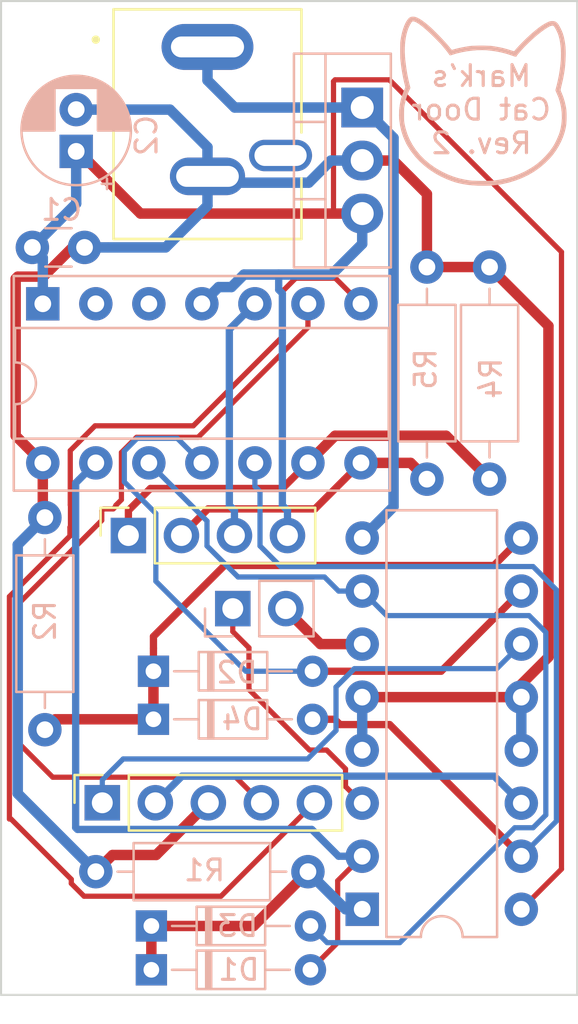
<source format=kicad_pcb>
(kicad_pcb (version 20171130) (host pcbnew 5.1.5-5.1.5)

  (general
    (thickness 1.6)
    (drawings 5)
    (tracks 223)
    (zones 0)
    (modules 18)
    (nets 22)
  )

  (page A4)
  (layers
    (0 F.Cu signal)
    (31 B.Cu signal)
    (32 B.Adhes user hide)
    (33 F.Adhes user hide)
    (34 B.Paste user hide)
    (35 F.Paste user hide)
    (36 B.SilkS user)
    (37 F.SilkS user)
    (38 B.Mask user hide)
    (39 F.Mask user hide)
    (40 Dwgs.User user hide)
    (41 Cmts.User user hide)
    (42 Eco1.User user hide)
    (43 Eco2.User user hide)
    (44 Edge.Cuts user)
    (45 Margin user)
    (46 B.CrtYd user)
    (47 F.CrtYd user)
    (48 B.Fab user hide)
    (49 F.Fab user hide)
  )

  (setup
    (last_trace_width 0.35)
    (user_trace_width 0.35)
    (user_trace_width 0.5)
    (trace_clearance 0.25)
    (zone_clearance 0.508)
    (zone_45_only no)
    (trace_min 0.2)
    (via_size 0.8)
    (via_drill 0.4)
    (via_min_size 0.4)
    (via_min_drill 0.3)
    (uvia_size 0.3)
    (uvia_drill 0.1)
    (uvias_allowed no)
    (uvia_min_size 0.2)
    (uvia_min_drill 0.1)
    (edge_width 0.05)
    (segment_width 0.2)
    (pcb_text_width 0.3)
    (pcb_text_size 1.5 1.5)
    (mod_edge_width 0.12)
    (mod_text_size 1 1)
    (mod_text_width 0.15)
    (pad_size 1.524 1.524)
    (pad_drill 0.762)
    (pad_to_mask_clearance 0.051)
    (solder_mask_min_width 0.25)
    (aux_axis_origin 0 0)
    (visible_elements FFFFFF7F)
    (pcbplotparams
      (layerselection 0x010fc_ffffffff)
      (usegerberextensions false)
      (usegerberattributes false)
      (usegerberadvancedattributes false)
      (creategerberjobfile false)
      (excludeedgelayer true)
      (linewidth 0.100000)
      (plotframeref false)
      (viasonmask false)
      (mode 1)
      (useauxorigin false)
      (hpglpennumber 1)
      (hpglpenspeed 20)
      (hpglpendiameter 15.000000)
      (psnegative false)
      (psa4output false)
      (plotreference true)
      (plotvalue true)
      (plotinvisibletext false)
      (padsonsilk false)
      (subtractmaskfromsilk false)
      (outputformat 1)
      (mirror false)
      (drillshape 1)
      (scaleselection 1)
      (outputdirectory ""))
  )

  (net 0 "")
  (net 1 /inner_up_o)
  (net 2 "Net-(D1-Pad1)")
  (net 3 /outer_up_o)
  (net 4 "Net-(D2-Pad1)")
  (net 5 /inner_down_o)
  (net 6 /outer_down_o)
  (net 7 +5V)
  (net 8 /flshgnd)
  (net 9 /sw_open_i)
  (net 10 /sw_closed_i)
  (net 11 GND)
  (net 12 /sens_closed_i)
  (net 13 /sens_open_i)
  (net 14 "Net-(JPENCIL1-Pad2)")
  (net 15 "Net-(JPENCIL1-Pad1)")
  (net 16 +9V)
  (net 17 "Net-(U1-Pad3)")
  (net 18 "Net-(U1-Pad2)")
  (net 19 "Net-(J1-Pad3)")
  (net 20 "Net-(JOUTER1-Pad1)")
  (net 21 "Net-(JOUTER1-Pad2)")

  (net_class Default "This is the default net class."
    (clearance 0.25)
    (trace_width 0.25)
    (via_dia 0.8)
    (via_drill 0.4)
    (uvia_dia 0.3)
    (uvia_drill 0.1)
    (add_net +5V)
    (add_net +9V)
    (add_net /flshgnd)
    (add_net /inner_down_o)
    (add_net /inner_up_o)
    (add_net /outer_down_o)
    (add_net /outer_up_o)
    (add_net /sens_closed_i)
    (add_net /sens_open_i)
    (add_net /sw_closed_i)
    (add_net /sw_open_i)
    (add_net GND)
    (add_net "Net-(D1-Pad1)")
    (add_net "Net-(D2-Pad1)")
    (add_net "Net-(J1-Pad3)")
    (add_net "Net-(JOUTER1-Pad1)")
    (add_net "Net-(JOUTER1-Pad2)")
    (add_net "Net-(JPENCIL1-Pad1)")
    (add_net "Net-(JPENCIL1-Pad2)")
    (add_net "Net-(U1-Pad2)")
    (add_net "Net-(U1-Pad3)")
  )

  (module Package_TO_SOT_THT:TO-220-3_Vertical (layer B.Cu) (tedit 5AC8BA0D) (tstamp 5E720B60)
    (at 78.9 37.6 270)
    (descr "TO-220-3, Vertical, RM 2.54mm, see https://www.vishay.com/docs/66542/to-220-1.pdf")
    (tags "TO-220-3 Vertical RM 2.54mm")
    (path /5E7208F4)
    (fp_text reference U3 (at 2.54 4.27 270) (layer B.SilkS) hide
      (effects (font (size 1 1) (thickness 0.15)) (justify mirror))
    )
    (fp_text value LF50_TO220 (at 2.54 -2.5 270) (layer B.Fab)
      (effects (font (size 1 1) (thickness 0.15)) (justify mirror))
    )
    (fp_text user %R (at 2.54 4.27 270) (layer B.Fab)
      (effects (font (size 1 1) (thickness 0.15)) (justify mirror))
    )
    (fp_line (start 7.79 3.4) (end -2.71 3.4) (layer B.CrtYd) (width 0.05))
    (fp_line (start 7.79 -1.51) (end 7.79 3.4) (layer B.CrtYd) (width 0.05))
    (fp_line (start -2.71 -1.51) (end 7.79 -1.51) (layer B.CrtYd) (width 0.05))
    (fp_line (start -2.71 3.4) (end -2.71 -1.51) (layer B.CrtYd) (width 0.05))
    (fp_line (start 4.391 3.27) (end 4.391 1.76) (layer B.SilkS) (width 0.12))
    (fp_line (start 0.69 3.27) (end 0.69 1.76) (layer B.SilkS) (width 0.12))
    (fp_line (start -2.58 1.76) (end 7.66 1.76) (layer B.SilkS) (width 0.12))
    (fp_line (start 7.66 3.27) (end 7.66 -1.371) (layer B.SilkS) (width 0.12))
    (fp_line (start -2.58 3.27) (end -2.58 -1.371) (layer B.SilkS) (width 0.12))
    (fp_line (start -2.58 -1.371) (end 7.66 -1.371) (layer B.SilkS) (width 0.12))
    (fp_line (start -2.58 3.27) (end 7.66 3.27) (layer B.SilkS) (width 0.12))
    (fp_line (start 4.39 3.15) (end 4.39 1.88) (layer B.Fab) (width 0.1))
    (fp_line (start 0.69 3.15) (end 0.69 1.88) (layer B.Fab) (width 0.1))
    (fp_line (start -2.46 1.88) (end 7.54 1.88) (layer B.Fab) (width 0.1))
    (fp_line (start 7.54 3.15) (end -2.46 3.15) (layer B.Fab) (width 0.1))
    (fp_line (start 7.54 -1.25) (end 7.54 3.15) (layer B.Fab) (width 0.1))
    (fp_line (start -2.46 -1.25) (end 7.54 -1.25) (layer B.Fab) (width 0.1))
    (fp_line (start -2.46 3.15) (end -2.46 -1.25) (layer B.Fab) (width 0.1))
    (pad 3 thru_hole oval (at 5.08 0 270) (size 1.905 2) (drill 1.1) (layers *.Cu *.Mask)
      (net 7 +5V))
    (pad 2 thru_hole oval (at 2.54 0 270) (size 1.905 2) (drill 1.1) (layers *.Cu *.Mask)
      (net 11 GND))
    (pad 1 thru_hole rect (at 0 0 270) (size 1.905 2) (drill 1.1) (layers *.Cu *.Mask)
      (net 16 +9V))
    (model ${KISYS3DMOD}/Package_TO_SOT_THT.3dshapes/TO-220-3_Vertical.wrl
      (at (xyz 0 0 0))
      (scale (xyz 1 1 1))
      (rotate (xyz 0 0 0))
    )
  )

  (module "Cat Door:cat" (layer B.Cu) (tedit 0) (tstamp 5E791446)
    (at 84.7 37.2 180)
    (fp_text reference G*** (at 0 0) (layer B.SilkS) hide
      (effects (font (size 1.524 1.524) (thickness 0.3)) (justify mirror))
    )
    (fp_text value LOGO (at 0.75 0) (layer B.SilkS) hide
      (effects (font (size 1.524 1.524) (thickness 0.3)) (justify mirror))
    )
    (fp_poly (pts (xy 3.482908 3.931627) (xy 3.543553 3.895375) (xy 3.591082 3.849571) (xy 3.662342 3.754878)
      (xy 3.7295 3.635069) (xy 3.791524 3.493083) (xy 3.847381 3.33186) (xy 3.89604 3.154339)
      (xy 3.936467 2.963458) (xy 3.964389 2.786945) (xy 3.969702 2.729697) (xy 3.97382 2.649816)
      (xy 3.97674 2.552865) (xy 3.978458 2.444408) (xy 3.97897 2.330009) (xy 3.97827 2.215232)
      (xy 3.976356 2.10564) (xy 3.973222 2.006797) (xy 3.968865 1.924267) (xy 3.965084 1.879183)
      (xy 3.940214 1.660708) (xy 3.912402 1.457369) (xy 3.879939 1.258688) (xy 3.841118 1.054189)
      (xy 3.795606 0.839612) (xy 3.785602 0.797269) (xy 3.771233 0.739916) (xy 3.755564 0.679772)
      (xy 3.755148 0.678212) (xy 3.742915 0.631887) (xy 3.736208 0.597833) (xy 3.736103 0.568685)
      (xy 3.743671 0.537081) (xy 3.759986 0.495657) (xy 3.786121 0.437051) (xy 3.7923 0.423334)
      (xy 3.878744 0.201933) (xy 3.947144 -0.035093) (xy 3.996443 -0.281264) (xy 4.025584 -0.530104)
      (xy 4.033512 -0.775133) (xy 4.021866 -0.984806) (xy 3.982012 -1.265041) (xy 3.920971 -1.532336)
      (xy 3.839485 -1.783892) (xy 3.760755 -1.970475) (xy 3.734655 -2.026393) (xy 3.713739 -2.07204)
      (xy 3.700501 -2.101917) (xy 3.697111 -2.110715) (xy 3.689935 -2.126264) (xy 3.670418 -2.160626)
      (xy 3.641577 -2.208941) (xy 3.606431 -2.266343) (xy 3.567996 -2.327972) (xy 3.52929 -2.388964)
      (xy 3.493331 -2.444456) (xy 3.463136 -2.489585) (xy 3.452893 -2.504288) (xy 3.266172 -2.743672)
      (xy 3.056086 -2.969414) (xy 2.8248 -3.179897) (xy 2.57448 -3.373503) (xy 2.307293 -3.548615)
      (xy 2.025405 -3.703616) (xy 1.730983 -3.836888) (xy 1.600498 -3.88732) (xy 1.523447 -3.915562)
      (xy 1.466814 -3.936137) (xy 1.424519 -3.951101) (xy 1.390487 -3.96251) (xy 1.35864 -3.972419)
      (xy 1.322899 -3.982886) (xy 1.291167 -3.991972) (xy 1.137074 -4.030767) (xy 0.959611 -4.066082)
      (xy 0.763511 -4.097012) (xy 0.697757 -4.105813) (xy 0.588973 -4.117227) (xy 0.459073 -4.126728)
      (xy 0.31511 -4.134121) (xy 0.164138 -4.139209) (xy 0.013211 -4.141794) (xy -0.130617 -4.14168)
      (xy -0.260292 -4.13867) (xy -0.338666 -4.134748) (xy -0.425639 -4.127919) (xy -0.524634 -4.118236)
      (xy -0.627297 -4.106686) (xy -0.725272 -4.094257) (xy -0.810204 -4.081935) (xy -0.863649 -4.072721)
      (xy -1.215167 -3.992771) (xy -1.547799 -3.892134) (xy -1.86226 -3.770427) (xy -2.159267 -3.627268)
      (xy -2.439533 -3.462275) (xy -2.703776 -3.275065) (xy -2.952709 -3.065256) (xy -3.187049 -2.832465)
      (xy -3.190041 -2.829244) (xy -3.34083 -2.651417) (xy -3.481871 -2.454921) (xy -3.610227 -2.245187)
      (xy -3.722958 -2.027647) (xy -3.817125 -1.807732) (xy -3.88979 -1.590873) (xy -3.917078 -1.485558)
      (xy -3.939579 -1.384732) (xy -3.956494 -1.297724) (xy -3.968586 -1.217252) (xy -3.976617 -1.136036)
      (xy -3.98135 -1.046795) (xy -3.983547 -0.942248) (xy -3.983641 -0.921939) (xy -3.767315 -0.921939)
      (xy -3.747516 -1.178433) (xy -3.70501 -1.418166) (xy -3.684632 -1.500643) (xy -3.662185 -1.581233)
      (xy -3.640451 -1.650337) (xy -3.627335 -1.686277) (xy -3.559499 -1.849901) (xy -3.49527 -1.991871)
      (xy -3.431412 -2.117916) (xy -3.364692 -2.233762) (xy -3.291875 -2.345138) (xy -3.209729 -2.457771)
      (xy -3.145288 -2.54) (xy -3.085103 -2.611136) (xy -3.011224 -2.692501) (xy -2.929615 -2.778018)
      (xy -2.846241 -2.861612) (xy -2.767066 -2.937206) (xy -2.698056 -2.998725) (xy -2.681111 -3.012809)
      (xy -2.64066 -3.045857) (xy -2.605097 -3.07513) (xy -2.589389 -3.0882) (xy -2.519185 -3.142603)
      (xy -2.429282 -3.205244) (xy -2.325568 -3.272453) (xy -2.213932 -3.340561) (xy -2.100263 -3.405898)
      (xy -1.990449 -3.464794) (xy -1.961444 -3.479506) (xy -1.704824 -3.597225) (xy -1.442176 -3.696105)
      (xy -1.169049 -3.777431) (xy -0.880992 -3.842493) (xy -0.573553 -3.892578) (xy -0.500944 -3.901952)
      (xy -0.440747 -3.907235) (xy -0.358522 -3.911353) (xy -0.258881 -3.914333) (xy -0.14644 -3.916201)
      (xy -0.025811 -3.916986) (xy 0.09839 -3.916714) (xy 0.221552 -3.915413) (xy 0.339059 -3.91311)
      (xy 0.446297 -3.909831) (xy 0.538654 -3.905605) (xy 0.611515 -3.900458) (xy 0.656167 -3.895135)
      (xy 0.718705 -3.884696) (xy 0.7945 -3.872002) (xy 0.868981 -3.859496) (xy 0.881945 -3.857314)
      (xy 1.151225 -3.79946) (xy 1.425013 -3.716455) (xy 1.69912 -3.609997) (xy 1.969362 -3.481785)
      (xy 2.231552 -3.333517) (xy 2.335389 -3.267562) (xy 2.589529 -3.085514) (xy 2.821913 -2.887738)
      (xy 3.031855 -2.675191) (xy 3.218666 -2.448828) (xy 3.38166 -2.209606) (xy 3.520149 -1.958481)
      (xy 3.633444 -1.696407) (xy 3.720859 -1.424343) (xy 3.751722 -1.298222) (xy 3.768414 -1.220393)
      (xy 3.781004 -1.153713) (xy 3.79005 -1.091921) (xy 3.796107 -1.028755) (xy 3.799732 -0.957952)
      (xy 3.80148 -0.87325) (xy 3.801909 -0.768387) (xy 3.801867 -0.733777) (xy 3.801361 -0.625642)
      (xy 3.800012 -0.539784) (xy 3.797374 -0.470259) (xy 3.793001 -0.411125) (xy 3.786446 -0.35644)
      (xy 3.777263 -0.300259) (xy 3.765006 -0.236641) (xy 3.764239 -0.232833) (xy 3.714788 -0.022182)
      (xy 3.653341 0.173674) (xy 3.575778 0.367042) (xy 3.530915 0.46404) (xy 3.494384 0.540024)
      (xy 3.534238 0.696873) (xy 3.550779 0.762174) (xy 3.563841 0.814701) (xy 3.574876 0.860951)
      (xy 3.585336 0.907417) (xy 3.596674 0.960597) (xy 3.610341 1.026986) (xy 3.627791 1.113079)
      (xy 3.632411 1.135945) (xy 3.655349 1.259176) (xy 3.678706 1.402033) (xy 3.70129 1.555969)
      (xy 3.721912 1.712434) (xy 3.739378 1.862878) (xy 3.752329 1.996723) (xy 3.765821 2.24613)
      (xy 3.764249 2.490179) (xy 3.748035 2.725196) (xy 3.717604 2.94751) (xy 3.673381 3.153447)
      (xy 3.615789 3.339335) (xy 3.589607 3.406053) (xy 3.556119 3.4803) (xy 3.519071 3.553175)
      (xy 3.481542 3.619463) (xy 3.446606 3.673951) (xy 3.417341 3.711425) (xy 3.401442 3.724979)
      (xy 3.356624 3.733422) (xy 3.295151 3.720489) (xy 3.21796 3.686874) (xy 3.125988 3.633268)
      (xy 3.020171 3.560365) (xy 2.901447 3.468858) (xy 2.770753 3.359439) (xy 2.629024 3.232801)
      (xy 2.477199 3.089637) (xy 2.316214 2.93064) (xy 2.286 2.900052) (xy 2.22088 2.833888)
      (xy 2.161372 2.773439) (xy 2.110701 2.72198) (xy 2.07209 2.682785) (xy 2.048765 2.659128)
      (xy 2.044448 2.654761) (xy 2.018051 2.625945) (xy 1.978603 2.580174) (xy 1.930019 2.522262)
      (xy 1.876213 2.457022) (xy 1.8211 2.389266) (xy 1.768596 2.323807) (xy 1.722615 2.265459)
      (xy 1.687073 2.219035) (xy 1.665944 2.18944) (xy 1.634215 2.140693) (xy 1.611048 2.112067)
      (xy 1.588702 2.100643) (xy 1.559433 2.103506) (xy 1.515501 2.117739) (xy 1.494876 2.12499)
      (xy 1.272721 2.193639) (xy 1.033502 2.25129) (xy 0.783817 2.297097) (xy 0.530265 2.330213)
      (xy 0.279446 2.349793) (xy 0.037958 2.35499) (xy -0.187599 2.344959) (xy -0.207521 2.343223)
      (xy -0.369236 2.32576) (xy -0.533337 2.303011) (xy -0.691793 2.276305) (xy -0.83657 2.246973)
      (xy -0.938389 2.222179) (xy -0.999013 2.205942) (xy -1.061832 2.189125) (xy -1.093611 2.180622)
      (xy -1.134977 2.168403) (xy -1.194738 2.149281) (xy -1.264737 2.125924) (xy -1.3335 2.102168)
      (xy -1.424485 2.070871) (xy -1.491919 2.04949) (xy -1.538432 2.037395) (xy -1.566651 2.033957)
      (xy -1.579205 2.038548) (xy -1.580444 2.043062) (xy -1.589763 2.063201) (xy -1.615934 2.100577)
      (xy -1.656278 2.152057) (xy -1.708118 2.214506) (xy -1.768775 2.284787) (xy -1.835572 2.359767)
      (xy -1.90583 2.436311) (xy -1.976871 2.511282) (xy -2.006272 2.541523) (xy -2.204925 2.737455)
      (xy -2.403776 2.920631) (xy -2.599319 3.088045) (xy -2.788049 3.236694) (xy -2.960517 3.359589)
      (xy -3.055918 3.421471) (xy -3.134079 3.466957) (xy -3.199139 3.498078) (xy -3.255235 3.516867)
      (xy -3.296148 3.524349) (xy -3.332931 3.526246) (xy -3.358371 3.517895) (xy -3.38384 3.494058)
      (xy -3.397816 3.477521) (xy -3.429225 3.432491) (xy -3.466624 3.368254) (xy -3.506348 3.292123)
      (xy -3.544733 3.211411) (xy -3.578115 3.13343) (xy -3.60019 3.073641) (xy -3.650199 2.892024)
      (xy -3.687742 2.688953) (xy -3.712466 2.468463) (xy -3.724023 2.23459) (xy -3.722061 1.991368)
      (xy -3.710917 1.797689) (xy -3.691064 1.593774) (xy -3.663816 1.383624) (xy -3.630764 1.177981)
      (xy -3.5935 0.987589) (xy -3.58573 0.9525) (xy -3.574979 0.903579) (xy -3.562718 0.845839)
      (xy -3.557923 0.822681) (xy -3.547455 0.776053) (xy -3.532042 0.712776) (xy -3.514287 0.643397)
      (xy -3.505694 0.611014) (xy -3.489178 0.549219) (xy -3.474912 0.495126) (xy -3.464857 0.456214)
      (xy -3.46162 0.443085) (xy -3.464464 0.414806) (xy -3.479478 0.369619) (xy -3.503607 0.316085)
      (xy -3.603231 0.087135) (xy -3.679858 -0.154961) (xy -3.733043 -0.406385) (xy -3.762343 -0.663317)
      (xy -3.767315 -0.921939) (xy -3.983641 -0.921939) (xy -3.983991 -0.846666) (xy -3.983541 -0.735256)
      (xy -3.981834 -0.645766) (xy -3.978454 -0.571905) (xy -3.972987 -0.507383) (xy -3.965017 -0.44591)
      (xy -3.954129 -0.381195) (xy -3.952797 -0.373944) (xy -3.899513 -0.133634) (xy -3.831734 0.091239)
      (xy -3.75099 0.295643) (xy -3.744962 0.308904) (xy -3.722434 0.361083) (xy -3.70561 0.40592)
      (xy -3.697451 0.435347) (xy -3.697111 0.439181) (xy -3.700294 0.461557) (xy -3.709059 0.505817)
      (xy -3.72223 0.566444) (xy -3.73863 0.637919) (xy -3.747087 0.673555) (xy -3.770918 0.773162)
      (xy -3.789225 0.850466) (xy -3.803138 0.910591) (xy -3.81379 0.958659) (xy -3.822314 0.999795)
      (xy -3.829841 1.039121) (xy -3.837502 1.08176) (xy -3.838347 1.086556) (xy -3.849107 1.146789)
      (xy -3.860088 1.206711) (xy -3.866699 1.241778) (xy -3.888738 1.375776) (xy -3.907374 1.528191)
      (xy -3.922351 1.693063) (xy -3.93341 1.864429) (xy -3.940292 2.036327) (xy -3.942741 2.202795)
      (xy -3.940499 2.35787) (xy -3.933306 2.495591) (xy -3.924707 2.582334) (xy -3.913497 2.662124)
      (xy -3.899357 2.749247) (xy -3.883605 2.836733) (xy -3.867564 2.917616) (xy -3.852552 2.984925)
      (xy -3.839889 3.031692) (xy -3.839167 3.033889) (xy -3.827884 3.069563) (xy -3.813803 3.116459)
      (xy -3.809085 3.132667) (xy -3.788786 3.190777) (xy -3.757985 3.264076) (xy -3.720178 3.345552)
      (xy -3.678862 3.428193) (xy -3.63753 3.504989) (xy -3.599679 3.568927) (xy -3.57094 3.61036)
      (xy -3.510604 3.674294) (xy -3.447286 3.714649) (xy -3.374042 3.734404) (xy -3.283928 3.736539)
      (xy -3.277744 3.736166) (xy -3.222643 3.730787) (xy -3.174922 3.720634) (xy -3.124863 3.702741)
      (xy -3.062753 3.674143) (xy -3.043743 3.664744) (xy -2.94523 3.612346) (xy -2.84595 3.552534)
      (xy -2.742557 3.482887) (xy -2.631707 3.400986) (xy -2.510056 3.304412) (xy -2.374258 3.190745)
      (xy -2.300111 3.126835) (xy -2.219487 3.054737) (xy -2.127327 2.968916) (xy -2.02831 2.874019)
      (xy -1.927117 2.774689) (xy -1.828426 2.675571) (xy -1.736918 2.581311) (xy -1.657272 2.496554)
      (xy -1.595172 2.427112) (xy -1.552762 2.377888) (xy -1.516852 2.336276) (xy -1.491622 2.307112)
      (xy -1.481696 2.295728) (xy -1.465064 2.295444) (xy -1.427602 2.303312) (xy -1.375033 2.317921)
      (xy -1.319004 2.335845) (xy -1.176377 2.381727) (xy -1.036876 2.421391) (xy -0.894005 2.456324)
      (xy -0.741266 2.488011) (xy -0.572161 2.517938) (xy -0.416278 2.542274) (xy -0.353356 2.548953)
      (xy -0.267529 2.554201) (xy -0.164076 2.558019) (xy -0.048277 2.560408) (xy 0.074589 2.561371)
      (xy 0.199241 2.560909) (xy 0.320399 2.559022) (xy 0.432784 2.555713) (xy 0.531116 2.550983)
      (xy 0.610114 2.544833) (xy 0.635 2.541991) (xy 0.734903 2.527549) (xy 0.845657 2.508971)
      (xy 0.961878 2.487394) (xy 1.078178 2.463955) (xy 1.189173 2.43979) (xy 1.289477 2.416036)
      (xy 1.373702 2.39383) (xy 1.436465 2.374309) (xy 1.445997 2.370816) (xy 1.480487 2.359991)
      (xy 1.506263 2.361183) (xy 1.530664 2.377796) (xy 1.561029 2.413233) (xy 1.574017 2.430176)
      (xy 1.639613 2.512501) (xy 1.722585 2.610013) (xy 1.819358 2.718989) (xy 1.926361 2.835703)
      (xy 2.04002 2.95643) (xy 2.156762 3.077447) (xy 2.273015 3.195027) (xy 2.385205 3.305447)
      (xy 2.48976 3.404982) (xy 2.583107 3.489907) (xy 2.626884 3.527778) (xy 2.781186 3.653522)
      (xy 2.919861 3.756521) (xy 3.043498 3.837129) (xy 3.152687 3.895698) (xy 3.248015 3.932584)
      (xy 3.326033 3.947843) (xy 3.412919 3.948183) (xy 3.482908 3.931627)) (layer B.SilkS) (width 0.01))
  )

  (module "Cat Door:CUI_PJ-044AH" (layer F.Cu) (tedit 5E7827E3) (tstamp 5E78A259)
    (at 71.4883 38.3981)
    (path /5E784CCE)
    (fp_text reference J1 (at -1.78101 -6.88846) (layer F.SilkS) hide
      (effects (font (size 1.00126 1.00126) (thickness 0.015)))
    )
    (fp_text value Barrel_Jack_Switch (at 2.92187 6.772095) (layer F.Fab)
      (effects (font (size 1.00185 1.00185) (thickness 0.015)))
    )
    (fp_line (start -4.5 5.5) (end -4.5 -5.5) (layer F.SilkS) (width 0.127))
    (fp_line (start 4.5 5.5) (end -4.5 5.5) (layer F.SilkS) (width 0.127))
    (fp_line (start 4.5 2.6) (end 4.5 5.5) (layer F.SilkS) (width 0.127))
    (fp_line (start 4.5 -5.5) (end 4.5 0.4) (layer F.SilkS) (width 0.127))
    (fp_line (start -4.5 -5.5) (end 4.5 -5.5) (layer F.SilkS) (width 0.127))
    (fp_circle (center -5.35 -4.05) (end -5.25 -4.05) (layer F.Fab) (width 0.2))
    (fp_circle (center -5.35 -4.05) (end -5.25 -4.05) (layer F.SilkS) (width 0.2))
    (fp_line (start -4.75 5.7) (end -4.75 -5.75) (layer F.CrtYd) (width 0.05))
    (fp_line (start 4.75 5.7) (end -4.75 5.7) (layer F.CrtYd) (width 0.05))
    (fp_line (start 4.75 2.45) (end 4.75 5.7) (layer F.CrtYd) (width 0.05))
    (fp_line (start 5.25 2.45) (end 4.75 2.45) (layer F.CrtYd) (width 0.05))
    (fp_line (start 5.25 0.55) (end 5.25 2.45) (layer F.CrtYd) (width 0.05))
    (fp_line (start 4.75 0.55) (end 5.25 0.55) (layer F.CrtYd) (width 0.05))
    (fp_line (start 4.75 -5.75) (end 4.75 0.55) (layer F.CrtYd) (width 0.05))
    (fp_line (start -4.75 -5.75) (end 4.75 -5.75) (layer F.CrtYd) (width 0.05))
    (fp_circle (center 0 -1) (end 1.25 -1) (layer F.Fab) (width 0.127))
    (fp_circle (center 0 -1) (end 3.25 -1) (layer F.Fab) (width 0.127))
    (fp_circle (center 0 -1) (end 1 -1) (layer F.Fab) (width 0.127))
    (fp_line (start -4.5 5.5) (end -4.5 -5.5) (layer F.Fab) (width 0.127))
    (fp_line (start 4.5 5.5) (end -4.5 5.5) (layer F.Fab) (width 0.127))
    (fp_line (start 4.5 -5.5) (end 4.5 5.5) (layer F.Fab) (width 0.127))
    (fp_line (start -4.5 -5.5) (end 4.5 -5.5) (layer F.Fab) (width 0.127))
    (pad 3 thru_hole oval (at 3.5 1.5) (size 3.016 1.508) (drill oval 2.5 1) (layers *.Cu *.Mask)
      (net 19 "Net-(J1-Pad3)"))
    (pad 2 thru_hole oval (at 0 2.5) (size 3.6 1.8) (drill oval 3 1) (layers *.Cu *.Mask)
      (net 11 GND))
    (pad 1 thru_hole oval (at 0 -3.7) (size 4.4 2.2) (drill oval 3.5 1) (layers *.Cu *.Mask)
      (net 16 +9V))
  )

  (module Capacitor_THT:CP_Radial_D5.0mm_P2.00mm (layer B.Cu) (tedit 5AE50EF0) (tstamp 5E721EFB)
    (at 65.2 39.7 90)
    (descr "CP, Radial series, Radial, pin pitch=2.00mm, , diameter=5mm, Electrolytic Capacitor")
    (tags "CP Radial series Radial pin pitch 2.00mm  diameter 5mm Electrolytic Capacitor")
    (path /5E77D85F)
    (fp_text reference C2 (at 0.762 3.3655 90) (layer B.SilkS)
      (effects (font (size 1 1) (thickness 0.15)) (justify mirror))
    )
    (fp_text value 10uF (at 1 -3.75 90) (layer B.Fab)
      (effects (font (size 1 1) (thickness 0.15)) (justify mirror))
    )
    (fp_text user %R (at 1 0 90) (layer B.Fab)
      (effects (font (size 1 1) (thickness 0.15)) (justify mirror))
    )
    (fp_line (start -1.554775 1.725) (end -1.554775 1.225) (layer B.SilkS) (width 0.12))
    (fp_line (start -1.804775 1.475) (end -1.304775 1.475) (layer B.SilkS) (width 0.12))
    (fp_line (start 3.601 0.284) (end 3.601 -0.284) (layer B.SilkS) (width 0.12))
    (fp_line (start 3.561 0.518) (end 3.561 -0.518) (layer B.SilkS) (width 0.12))
    (fp_line (start 3.521 0.677) (end 3.521 -0.677) (layer B.SilkS) (width 0.12))
    (fp_line (start 3.481 0.805) (end 3.481 -0.805) (layer B.SilkS) (width 0.12))
    (fp_line (start 3.441 0.915) (end 3.441 -0.915) (layer B.SilkS) (width 0.12))
    (fp_line (start 3.401 1.011) (end 3.401 -1.011) (layer B.SilkS) (width 0.12))
    (fp_line (start 3.361 1.098) (end 3.361 -1.098) (layer B.SilkS) (width 0.12))
    (fp_line (start 3.321 1.178) (end 3.321 -1.178) (layer B.SilkS) (width 0.12))
    (fp_line (start 3.281 1.251) (end 3.281 -1.251) (layer B.SilkS) (width 0.12))
    (fp_line (start 3.241 1.319) (end 3.241 -1.319) (layer B.SilkS) (width 0.12))
    (fp_line (start 3.201 1.383) (end 3.201 -1.383) (layer B.SilkS) (width 0.12))
    (fp_line (start 3.161 1.443) (end 3.161 -1.443) (layer B.SilkS) (width 0.12))
    (fp_line (start 3.121 1.5) (end 3.121 -1.5) (layer B.SilkS) (width 0.12))
    (fp_line (start 3.081 1.554) (end 3.081 -1.554) (layer B.SilkS) (width 0.12))
    (fp_line (start 3.041 1.605) (end 3.041 -1.605) (layer B.SilkS) (width 0.12))
    (fp_line (start 3.001 -1.04) (end 3.001 -1.653) (layer B.SilkS) (width 0.12))
    (fp_line (start 3.001 1.653) (end 3.001 1.04) (layer B.SilkS) (width 0.12))
    (fp_line (start 2.961 -1.04) (end 2.961 -1.699) (layer B.SilkS) (width 0.12))
    (fp_line (start 2.961 1.699) (end 2.961 1.04) (layer B.SilkS) (width 0.12))
    (fp_line (start 2.921 -1.04) (end 2.921 -1.743) (layer B.SilkS) (width 0.12))
    (fp_line (start 2.921 1.743) (end 2.921 1.04) (layer B.SilkS) (width 0.12))
    (fp_line (start 2.881 -1.04) (end 2.881 -1.785) (layer B.SilkS) (width 0.12))
    (fp_line (start 2.881 1.785) (end 2.881 1.04) (layer B.SilkS) (width 0.12))
    (fp_line (start 2.841 -1.04) (end 2.841 -1.826) (layer B.SilkS) (width 0.12))
    (fp_line (start 2.841 1.826) (end 2.841 1.04) (layer B.SilkS) (width 0.12))
    (fp_line (start 2.801 -1.04) (end 2.801 -1.864) (layer B.SilkS) (width 0.12))
    (fp_line (start 2.801 1.864) (end 2.801 1.04) (layer B.SilkS) (width 0.12))
    (fp_line (start 2.761 -1.04) (end 2.761 -1.901) (layer B.SilkS) (width 0.12))
    (fp_line (start 2.761 1.901) (end 2.761 1.04) (layer B.SilkS) (width 0.12))
    (fp_line (start 2.721 -1.04) (end 2.721 -1.937) (layer B.SilkS) (width 0.12))
    (fp_line (start 2.721 1.937) (end 2.721 1.04) (layer B.SilkS) (width 0.12))
    (fp_line (start 2.681 -1.04) (end 2.681 -1.971) (layer B.SilkS) (width 0.12))
    (fp_line (start 2.681 1.971) (end 2.681 1.04) (layer B.SilkS) (width 0.12))
    (fp_line (start 2.641 -1.04) (end 2.641 -2.004) (layer B.SilkS) (width 0.12))
    (fp_line (start 2.641 2.004) (end 2.641 1.04) (layer B.SilkS) (width 0.12))
    (fp_line (start 2.601 -1.04) (end 2.601 -2.035) (layer B.SilkS) (width 0.12))
    (fp_line (start 2.601 2.035) (end 2.601 1.04) (layer B.SilkS) (width 0.12))
    (fp_line (start 2.561 -1.04) (end 2.561 -2.065) (layer B.SilkS) (width 0.12))
    (fp_line (start 2.561 2.065) (end 2.561 1.04) (layer B.SilkS) (width 0.12))
    (fp_line (start 2.521 -1.04) (end 2.521 -2.095) (layer B.SilkS) (width 0.12))
    (fp_line (start 2.521 2.095) (end 2.521 1.04) (layer B.SilkS) (width 0.12))
    (fp_line (start 2.481 -1.04) (end 2.481 -2.122) (layer B.SilkS) (width 0.12))
    (fp_line (start 2.481 2.122) (end 2.481 1.04) (layer B.SilkS) (width 0.12))
    (fp_line (start 2.441 -1.04) (end 2.441 -2.149) (layer B.SilkS) (width 0.12))
    (fp_line (start 2.441 2.149) (end 2.441 1.04) (layer B.SilkS) (width 0.12))
    (fp_line (start 2.401 -1.04) (end 2.401 -2.175) (layer B.SilkS) (width 0.12))
    (fp_line (start 2.401 2.175) (end 2.401 1.04) (layer B.SilkS) (width 0.12))
    (fp_line (start 2.361 -1.04) (end 2.361 -2.2) (layer B.SilkS) (width 0.12))
    (fp_line (start 2.361 2.2) (end 2.361 1.04) (layer B.SilkS) (width 0.12))
    (fp_line (start 2.321 -1.04) (end 2.321 -2.224) (layer B.SilkS) (width 0.12))
    (fp_line (start 2.321 2.224) (end 2.321 1.04) (layer B.SilkS) (width 0.12))
    (fp_line (start 2.281 -1.04) (end 2.281 -2.247) (layer B.SilkS) (width 0.12))
    (fp_line (start 2.281 2.247) (end 2.281 1.04) (layer B.SilkS) (width 0.12))
    (fp_line (start 2.241 -1.04) (end 2.241 -2.268) (layer B.SilkS) (width 0.12))
    (fp_line (start 2.241 2.268) (end 2.241 1.04) (layer B.SilkS) (width 0.12))
    (fp_line (start 2.201 -1.04) (end 2.201 -2.29) (layer B.SilkS) (width 0.12))
    (fp_line (start 2.201 2.29) (end 2.201 1.04) (layer B.SilkS) (width 0.12))
    (fp_line (start 2.161 -1.04) (end 2.161 -2.31) (layer B.SilkS) (width 0.12))
    (fp_line (start 2.161 2.31) (end 2.161 1.04) (layer B.SilkS) (width 0.12))
    (fp_line (start 2.121 -1.04) (end 2.121 -2.329) (layer B.SilkS) (width 0.12))
    (fp_line (start 2.121 2.329) (end 2.121 1.04) (layer B.SilkS) (width 0.12))
    (fp_line (start 2.081 -1.04) (end 2.081 -2.348) (layer B.SilkS) (width 0.12))
    (fp_line (start 2.081 2.348) (end 2.081 1.04) (layer B.SilkS) (width 0.12))
    (fp_line (start 2.041 -1.04) (end 2.041 -2.365) (layer B.SilkS) (width 0.12))
    (fp_line (start 2.041 2.365) (end 2.041 1.04) (layer B.SilkS) (width 0.12))
    (fp_line (start 2.001 -1.04) (end 2.001 -2.382) (layer B.SilkS) (width 0.12))
    (fp_line (start 2.001 2.382) (end 2.001 1.04) (layer B.SilkS) (width 0.12))
    (fp_line (start 1.961 -1.04) (end 1.961 -2.398) (layer B.SilkS) (width 0.12))
    (fp_line (start 1.961 2.398) (end 1.961 1.04) (layer B.SilkS) (width 0.12))
    (fp_line (start 1.921 -1.04) (end 1.921 -2.414) (layer B.SilkS) (width 0.12))
    (fp_line (start 1.921 2.414) (end 1.921 1.04) (layer B.SilkS) (width 0.12))
    (fp_line (start 1.881 -1.04) (end 1.881 -2.428) (layer B.SilkS) (width 0.12))
    (fp_line (start 1.881 2.428) (end 1.881 1.04) (layer B.SilkS) (width 0.12))
    (fp_line (start 1.841 -1.04) (end 1.841 -2.442) (layer B.SilkS) (width 0.12))
    (fp_line (start 1.841 2.442) (end 1.841 1.04) (layer B.SilkS) (width 0.12))
    (fp_line (start 1.801 -1.04) (end 1.801 -2.455) (layer B.SilkS) (width 0.12))
    (fp_line (start 1.801 2.455) (end 1.801 1.04) (layer B.SilkS) (width 0.12))
    (fp_line (start 1.761 -1.04) (end 1.761 -2.468) (layer B.SilkS) (width 0.12))
    (fp_line (start 1.761 2.468) (end 1.761 1.04) (layer B.SilkS) (width 0.12))
    (fp_line (start 1.721 -1.04) (end 1.721 -2.48) (layer B.SilkS) (width 0.12))
    (fp_line (start 1.721 2.48) (end 1.721 1.04) (layer B.SilkS) (width 0.12))
    (fp_line (start 1.68 -1.04) (end 1.68 -2.491) (layer B.SilkS) (width 0.12))
    (fp_line (start 1.68 2.491) (end 1.68 1.04) (layer B.SilkS) (width 0.12))
    (fp_line (start 1.64 -1.04) (end 1.64 -2.501) (layer B.SilkS) (width 0.12))
    (fp_line (start 1.64 2.501) (end 1.64 1.04) (layer B.SilkS) (width 0.12))
    (fp_line (start 1.6 -1.04) (end 1.6 -2.511) (layer B.SilkS) (width 0.12))
    (fp_line (start 1.6 2.511) (end 1.6 1.04) (layer B.SilkS) (width 0.12))
    (fp_line (start 1.56 -1.04) (end 1.56 -2.52) (layer B.SilkS) (width 0.12))
    (fp_line (start 1.56 2.52) (end 1.56 1.04) (layer B.SilkS) (width 0.12))
    (fp_line (start 1.52 -1.04) (end 1.52 -2.528) (layer B.SilkS) (width 0.12))
    (fp_line (start 1.52 2.528) (end 1.52 1.04) (layer B.SilkS) (width 0.12))
    (fp_line (start 1.48 -1.04) (end 1.48 -2.536) (layer B.SilkS) (width 0.12))
    (fp_line (start 1.48 2.536) (end 1.48 1.04) (layer B.SilkS) (width 0.12))
    (fp_line (start 1.44 -1.04) (end 1.44 -2.543) (layer B.SilkS) (width 0.12))
    (fp_line (start 1.44 2.543) (end 1.44 1.04) (layer B.SilkS) (width 0.12))
    (fp_line (start 1.4 -1.04) (end 1.4 -2.55) (layer B.SilkS) (width 0.12))
    (fp_line (start 1.4 2.55) (end 1.4 1.04) (layer B.SilkS) (width 0.12))
    (fp_line (start 1.36 -1.04) (end 1.36 -2.556) (layer B.SilkS) (width 0.12))
    (fp_line (start 1.36 2.556) (end 1.36 1.04) (layer B.SilkS) (width 0.12))
    (fp_line (start 1.32 -1.04) (end 1.32 -2.561) (layer B.SilkS) (width 0.12))
    (fp_line (start 1.32 2.561) (end 1.32 1.04) (layer B.SilkS) (width 0.12))
    (fp_line (start 1.28 -1.04) (end 1.28 -2.565) (layer B.SilkS) (width 0.12))
    (fp_line (start 1.28 2.565) (end 1.28 1.04) (layer B.SilkS) (width 0.12))
    (fp_line (start 1.24 -1.04) (end 1.24 -2.569) (layer B.SilkS) (width 0.12))
    (fp_line (start 1.24 2.569) (end 1.24 1.04) (layer B.SilkS) (width 0.12))
    (fp_line (start 1.2 -1.04) (end 1.2 -2.573) (layer B.SilkS) (width 0.12))
    (fp_line (start 1.2 2.573) (end 1.2 1.04) (layer B.SilkS) (width 0.12))
    (fp_line (start 1.16 -1.04) (end 1.16 -2.576) (layer B.SilkS) (width 0.12))
    (fp_line (start 1.16 2.576) (end 1.16 1.04) (layer B.SilkS) (width 0.12))
    (fp_line (start 1.12 -1.04) (end 1.12 -2.578) (layer B.SilkS) (width 0.12))
    (fp_line (start 1.12 2.578) (end 1.12 1.04) (layer B.SilkS) (width 0.12))
    (fp_line (start 1.08 -1.04) (end 1.08 -2.579) (layer B.SilkS) (width 0.12))
    (fp_line (start 1.08 2.579) (end 1.08 1.04) (layer B.SilkS) (width 0.12))
    (fp_line (start 1.04 2.58) (end 1.04 1.04) (layer B.SilkS) (width 0.12))
    (fp_line (start 1.04 -1.04) (end 1.04 -2.58) (layer B.SilkS) (width 0.12))
    (fp_line (start 1 2.58) (end 1 1.04) (layer B.SilkS) (width 0.12))
    (fp_line (start 1 -1.04) (end 1 -2.58) (layer B.SilkS) (width 0.12))
    (fp_line (start -0.883605 1.3375) (end -0.883605 0.8375) (layer B.Fab) (width 0.1))
    (fp_line (start -1.133605 1.0875) (end -0.633605 1.0875) (layer B.Fab) (width 0.1))
    (fp_circle (center 1 0) (end 3.75 0) (layer B.CrtYd) (width 0.05))
    (fp_circle (center 1 0) (end 3.62 0) (layer B.SilkS) (width 0.12))
    (fp_circle (center 1 0) (end 3.5 0) (layer B.Fab) (width 0.1))
    (pad 2 thru_hole circle (at 2 0 90) (size 1.6 1.6) (drill 0.8) (layers *.Cu *.Mask)
      (net 11 GND))
    (pad 1 thru_hole rect (at 0 0 90) (size 1.6 1.6) (drill 0.8) (layers *.Cu *.Mask)
      (net 7 +5V))
    (model ${KISYS3DMOD}/Capacitor_THT.3dshapes/CP_Radial_D5.0mm_P2.00mm.wrl
      (at (xyz 0 0 0))
      (scale (xyz 1 1 1))
      (rotate (xyz 0 0 0))
    )
  )

  (module Capacitor_THT:C_Disc_D3.0mm_W1.6mm_P2.50mm (layer B.Cu) (tedit 5AE50EF0) (tstamp 5E721E78)
    (at 63.1 44.3)
    (descr "C, Disc series, Radial, pin pitch=2.50mm, , diameter*width=3.0*1.6mm^2, Capacitor, http://www.vishay.com/docs/45233/krseries.pdf")
    (tags "C Disc series Radial pin pitch 2.50mm  diameter 3.0mm width 1.6mm Capacitor")
    (path /5E780666)
    (fp_text reference C1 (at 1.4 -1.8) (layer B.SilkS)
      (effects (font (size 1 1) (thickness 0.15)) (justify mirror))
    )
    (fp_text value .1uF (at 1.25 -2.05) (layer B.Fab)
      (effects (font (size 1 1) (thickness 0.15)) (justify mirror))
    )
    (fp_text user %R (at 1.25 0) (layer B.Fab)
      (effects (font (size 0.6 0.6) (thickness 0.09)) (justify mirror))
    )
    (fp_line (start 3.55 1.05) (end -1.05 1.05) (layer B.CrtYd) (width 0.05))
    (fp_line (start 3.55 -1.05) (end 3.55 1.05) (layer B.CrtYd) (width 0.05))
    (fp_line (start -1.05 -1.05) (end 3.55 -1.05) (layer B.CrtYd) (width 0.05))
    (fp_line (start -1.05 1.05) (end -1.05 -1.05) (layer B.CrtYd) (width 0.05))
    (fp_line (start 0.621 -0.92) (end 1.879 -0.92) (layer B.SilkS) (width 0.12))
    (fp_line (start 0.621 0.92) (end 1.879 0.92) (layer B.SilkS) (width 0.12))
    (fp_line (start 2.75 0.8) (end -0.25 0.8) (layer B.Fab) (width 0.1))
    (fp_line (start 2.75 -0.8) (end 2.75 0.8) (layer B.Fab) (width 0.1))
    (fp_line (start -0.25 -0.8) (end 2.75 -0.8) (layer B.Fab) (width 0.1))
    (fp_line (start -0.25 0.8) (end -0.25 -0.8) (layer B.Fab) (width 0.1))
    (pad 2 thru_hole circle (at 2.5 0) (size 1.6 1.6) (drill 0.8) (layers *.Cu *.Mask)
      (net 11 GND))
    (pad 1 thru_hole circle (at 0 0) (size 1.6 1.6) (drill 0.8) (layers *.Cu *.Mask)
      (net 7 +5V))
    (model ${KISYS3DMOD}/Capacitor_THT.3dshapes/C_Disc_D3.0mm_W1.6mm_P2.50mm.wrl
      (at (xyz 0 0 0))
      (scale (xyz 1 1 1))
      (rotate (xyz 0 0 0))
    )
  )

  (module Package_DIP:DIP-16_W7.62mm (layer B.Cu) (tedit 5A02E8C5) (tstamp 5E78D7FB)
    (at 78.9 76)
    (descr "16-lead though-hole mounted DIP package, row spacing 7.62 mm (300 mils)")
    (tags "THT DIP DIL PDIP 2.54mm 7.62mm 300mil")
    (path /5E728A6D)
    (fp_text reference U2 (at 3.81 2.33) (layer B.SilkS) hide
      (effects (font (size 1 1) (thickness 0.15)) (justify mirror))
    )
    (fp_text value L293D (at 3.81 -20.11) (layer B.Fab)
      (effects (font (size 1 1) (thickness 0.15)) (justify mirror))
    )
    (fp_text user %R (at 3.81 -8.89) (layer B.Fab)
      (effects (font (size 1 1) (thickness 0.15)) (justify mirror))
    )
    (fp_line (start 8.7 1.55) (end -1.1 1.55) (layer B.CrtYd) (width 0.05))
    (fp_line (start 8.7 -19.3) (end 8.7 1.55) (layer B.CrtYd) (width 0.05))
    (fp_line (start -1.1 -19.3) (end 8.7 -19.3) (layer B.CrtYd) (width 0.05))
    (fp_line (start -1.1 1.55) (end -1.1 -19.3) (layer B.CrtYd) (width 0.05))
    (fp_line (start 6.46 1.33) (end 4.81 1.33) (layer B.SilkS) (width 0.12))
    (fp_line (start 6.46 -19.11) (end 6.46 1.33) (layer B.SilkS) (width 0.12))
    (fp_line (start 1.16 -19.11) (end 6.46 -19.11) (layer B.SilkS) (width 0.12))
    (fp_line (start 1.16 1.33) (end 1.16 -19.11) (layer B.SilkS) (width 0.12))
    (fp_line (start 2.81 1.33) (end 1.16 1.33) (layer B.SilkS) (width 0.12))
    (fp_line (start 0.635 0.27) (end 1.635 1.27) (layer B.Fab) (width 0.1))
    (fp_line (start 0.635 -19.05) (end 0.635 0.27) (layer B.Fab) (width 0.1))
    (fp_line (start 6.985 -19.05) (end 0.635 -19.05) (layer B.Fab) (width 0.1))
    (fp_line (start 6.985 1.27) (end 6.985 -19.05) (layer B.Fab) (width 0.1))
    (fp_line (start 1.635 1.27) (end 6.985 1.27) (layer B.Fab) (width 0.1))
    (fp_arc (start 3.81 1.33) (end 2.81 1.33) (angle 180) (layer B.SilkS) (width 0.12))
    (pad 16 thru_hole oval (at 7.62 0) (size 1.6 1.6) (drill 0.8) (layers *.Cu *.Mask)
      (net 7 +5V))
    (pad 8 thru_hole oval (at 0 -17.78) (size 1.6 1.6) (drill 0.8) (layers *.Cu *.Mask)
      (net 16 +9V))
    (pad 15 thru_hole oval (at 7.62 -2.54) (size 1.6 1.6) (drill 0.8) (layers *.Cu *.Mask)
      (net 6 /outer_down_o))
    (pad 7 thru_hole oval (at 0 -15.24) (size 1.6 1.6) (drill 0.8) (layers *.Cu *.Mask)
      (net 5 /inner_down_o))
    (pad 14 thru_hole oval (at 7.62 -5.08) (size 1.6 1.6) (drill 0.8) (layers *.Cu *.Mask)
      (net 21 "Net-(JOUTER1-Pad2)"))
    (pad 6 thru_hole oval (at 0 -12.7) (size 1.6 1.6) (drill 0.8) (layers *.Cu *.Mask)
      (net 14 "Net-(JPENCIL1-Pad2)"))
    (pad 13 thru_hole oval (at 7.62 -7.62) (size 1.6 1.6) (drill 0.8) (layers *.Cu *.Mask)
      (net 11 GND))
    (pad 5 thru_hole oval (at 0 -10.16) (size 1.6 1.6) (drill 0.8) (layers *.Cu *.Mask)
      (net 11 GND))
    (pad 12 thru_hole oval (at 7.62 -10.16) (size 1.6 1.6) (drill 0.8) (layers *.Cu *.Mask)
      (net 11 GND))
    (pad 4 thru_hole oval (at 0 -7.62) (size 1.6 1.6) (drill 0.8) (layers *.Cu *.Mask)
      (net 11 GND))
    (pad 11 thru_hole oval (at 7.62 -12.7) (size 1.6 1.6) (drill 0.8) (layers *.Cu *.Mask)
      (net 20 "Net-(JOUTER1-Pad1)"))
    (pad 3 thru_hole oval (at 0 -5.08) (size 1.6 1.6) (drill 0.8) (layers *.Cu *.Mask)
      (net 15 "Net-(JPENCIL1-Pad1)"))
    (pad 10 thru_hole oval (at 7.62 -15.24) (size 1.6 1.6) (drill 0.8) (layers *.Cu *.Mask)
      (net 3 /outer_up_o))
    (pad 2 thru_hole oval (at 0 -2.54) (size 1.6 1.6) (drill 0.8) (layers *.Cu *.Mask)
      (net 1 /inner_up_o))
    (pad 9 thru_hole oval (at 7.62 -17.78) (size 1.6 1.6) (drill 0.8) (layers *.Cu *.Mask)
      (net 4 "Net-(D2-Pad1)"))
    (pad 1 thru_hole rect (at 0 0) (size 1.6 1.6) (drill 0.8) (layers *.Cu *.Mask)
      (net 2 "Net-(D1-Pad1)"))
    (model ${KISYS3DMOD}/Package_DIP.3dshapes/DIP-16_W7.62mm.wrl
      (at (xyz 0 0 0))
      (scale (xyz 1 1 1))
      (rotate (xyz 0 0 0))
    )
  )

  (module Package_DIP:DIP-14_W7.62mm_Socket (layer B.Cu) (tedit 5A02E8C5) (tstamp 5E720B22)
    (at 63.6 47 270)
    (descr "14-lead though-hole mounted DIP package, row spacing 7.62 mm (300 mils), Socket")
    (tags "THT DIP DIL PDIP 2.54mm 7.62mm 300mil Socket")
    (path /5E71B31F)
    (fp_text reference U1 (at 4.78736 2.1209 270) (layer B.SilkS) hide
      (effects (font (size 1 1) (thickness 0.15)) (justify mirror))
    )
    (fp_text value ATtiny84-20PU (at 3.81 -17.57 270) (layer B.Fab)
      (effects (font (size 1 1) (thickness 0.15)) (justify mirror))
    )
    (fp_text user %R (at 3.81 -7.62 270) (layer B.Fab)
      (effects (font (size 1 1) (thickness 0.15)) (justify mirror))
    )
    (fp_line (start 9.15 1.6) (end -1.55 1.6) (layer B.CrtYd) (width 0.05))
    (fp_line (start 9.15 -16.85) (end 9.15 1.6) (layer B.CrtYd) (width 0.05))
    (fp_line (start -1.55 -16.85) (end 9.15 -16.85) (layer B.CrtYd) (width 0.05))
    (fp_line (start -1.55 1.6) (end -1.55 -16.85) (layer B.CrtYd) (width 0.05))
    (fp_line (start 8.95 1.39) (end -1.33 1.39) (layer B.SilkS) (width 0.12))
    (fp_line (start 8.95 -16.63) (end 8.95 1.39) (layer B.SilkS) (width 0.12))
    (fp_line (start -1.33 -16.63) (end 8.95 -16.63) (layer B.SilkS) (width 0.12))
    (fp_line (start -1.33 1.39) (end -1.33 -16.63) (layer B.SilkS) (width 0.12))
    (fp_line (start 6.46 1.33) (end 4.81 1.33) (layer B.SilkS) (width 0.12))
    (fp_line (start 6.46 -16.57) (end 6.46 1.33) (layer B.SilkS) (width 0.12))
    (fp_line (start 1.16 -16.57) (end 6.46 -16.57) (layer B.SilkS) (width 0.12))
    (fp_line (start 1.16 1.33) (end 1.16 -16.57) (layer B.SilkS) (width 0.12))
    (fp_line (start 2.81 1.33) (end 1.16 1.33) (layer B.SilkS) (width 0.12))
    (fp_line (start 8.89 1.33) (end -1.27 1.33) (layer B.Fab) (width 0.1))
    (fp_line (start 8.89 -16.57) (end 8.89 1.33) (layer B.Fab) (width 0.1))
    (fp_line (start -1.27 -16.57) (end 8.89 -16.57) (layer B.Fab) (width 0.1))
    (fp_line (start -1.27 1.33) (end -1.27 -16.57) (layer B.Fab) (width 0.1))
    (fp_line (start 0.635 0.27) (end 1.635 1.27) (layer B.Fab) (width 0.1))
    (fp_line (start 0.635 -16.51) (end 0.635 0.27) (layer B.Fab) (width 0.1))
    (fp_line (start 6.985 -16.51) (end 0.635 -16.51) (layer B.Fab) (width 0.1))
    (fp_line (start 6.985 1.27) (end 6.985 -16.51) (layer B.Fab) (width 0.1))
    (fp_line (start 1.635 1.27) (end 6.985 1.27) (layer B.Fab) (width 0.1))
    (fp_arc (start 3.81 1.33) (end 2.81 1.33) (angle 180) (layer B.SilkS) (width 0.12))
    (pad 14 thru_hole oval (at 7.62 0 270) (size 1.6 1.6) (drill 0.8) (layers *.Cu *.Mask)
      (net 11 GND))
    (pad 7 thru_hole oval (at 0 -15.24 270) (size 1.6 1.6) (drill 0.8) (layers *.Cu *.Mask)
      (net 13 /sens_open_i))
    (pad 13 thru_hole oval (at 7.62 -2.54 270) (size 1.6 1.6) (drill 0.8) (layers *.Cu *.Mask)
      (net 1 /inner_up_o))
    (pad 6 thru_hole oval (at 0 -12.7 270) (size 1.6 1.6) (drill 0.8) (layers *.Cu *.Mask)
      (net 12 /sens_closed_i))
    (pad 12 thru_hole oval (at 7.62 -5.08 270) (size 1.6 1.6) (drill 0.8) (layers *.Cu *.Mask)
      (net 5 /inner_down_o))
    (pad 5 thru_hole oval (at 0 -10.16 270) (size 1.6 1.6) (drill 0.8) (layers *.Cu *.Mask)
      (net 8 /flshgnd))
    (pad 11 thru_hole oval (at 7.62 -7.62 270) (size 1.6 1.6) (drill 0.8) (layers *.Cu *.Mask)
      (net 3 /outer_up_o))
    (pad 4 thru_hole oval (at 0 -7.62 270) (size 1.6 1.6) (drill 0.8) (layers *.Cu *.Mask)
      (net 7 +5V))
    (pad 10 thru_hole oval (at 7.62 -10.16 270) (size 1.6 1.6) (drill 0.8) (layers *.Cu *.Mask)
      (net 6 /outer_down_o))
    (pad 3 thru_hole oval (at 0 -5.08 270) (size 1.6 1.6) (drill 0.8) (layers *.Cu *.Mask)
      (net 17 "Net-(U1-Pad3)"))
    (pad 9 thru_hole oval (at 7.62 -12.7 270) (size 1.6 1.6) (drill 0.8) (layers *.Cu *.Mask)
      (net 9 /sw_open_i))
    (pad 2 thru_hole oval (at 0 -2.54 270) (size 1.6 1.6) (drill 0.8) (layers *.Cu *.Mask)
      (net 18 "Net-(U1-Pad2)"))
    (pad 8 thru_hole oval (at 7.62 -15.24 270) (size 1.6 1.6) (drill 0.8) (layers *.Cu *.Mask)
      (net 10 /sw_closed_i))
    (pad 1 thru_hole rect (at 0 0 270) (size 1.6 1.6) (drill 0.8) (layers *.Cu *.Mask)
      (net 7 +5V))
    (model ${KISYS3DMOD}/Package_DIP.3dshapes/DIP-14_W7.62mm_Socket.wrl
      (at (xyz 0 0 0))
      (scale (xyz 1 1 1))
      (rotate (xyz 0 0 0))
    )
  )

  (module Resistor_THT:R_Axial_DIN0207_L6.3mm_D2.5mm_P10.16mm_Horizontal (layer B.Cu) (tedit 5AE5139B) (tstamp 5E720AF8)
    (at 82 55.4 90)
    (descr "Resistor, Axial_DIN0207 series, Axial, Horizontal, pin pitch=10.16mm, 0.25W = 1/4W, length*diameter=6.3*2.5mm^2, http://cdn-reichelt.de/documents/datenblatt/B400/1_4W%23YAG.pdf")
    (tags "Resistor Axial_DIN0207 series Axial Horizontal pin pitch 10.16mm 0.25W = 1/4W length 6.3mm diameter 2.5mm")
    (path /5E7408F6)
    (fp_text reference R5 (at 5.2705 -0.0635 90) (layer B.SilkS)
      (effects (font (size 1 1) (thickness 0.15)) (justify mirror))
    )
    (fp_text value 10k (at 5.08 -2.37 270) (layer B.Fab)
      (effects (font (size 1 1) (thickness 0.15)) (justify mirror))
    )
    (fp_text user %R (at 5.08 0 270) (layer B.Fab)
      (effects (font (size 1 1) (thickness 0.15)) (justify mirror))
    )
    (fp_line (start 11.21 1.5) (end -1.05 1.5) (layer B.CrtYd) (width 0.05))
    (fp_line (start 11.21 -1.5) (end 11.21 1.5) (layer B.CrtYd) (width 0.05))
    (fp_line (start -1.05 -1.5) (end 11.21 -1.5) (layer B.CrtYd) (width 0.05))
    (fp_line (start -1.05 1.5) (end -1.05 -1.5) (layer B.CrtYd) (width 0.05))
    (fp_line (start 9.12 0) (end 8.35 0) (layer B.SilkS) (width 0.12))
    (fp_line (start 1.04 0) (end 1.81 0) (layer B.SilkS) (width 0.12))
    (fp_line (start 8.35 1.37) (end 1.81 1.37) (layer B.SilkS) (width 0.12))
    (fp_line (start 8.35 -1.37) (end 8.35 1.37) (layer B.SilkS) (width 0.12))
    (fp_line (start 1.81 -1.37) (end 8.35 -1.37) (layer B.SilkS) (width 0.12))
    (fp_line (start 1.81 1.37) (end 1.81 -1.37) (layer B.SilkS) (width 0.12))
    (fp_line (start 10.16 0) (end 8.23 0) (layer B.Fab) (width 0.1))
    (fp_line (start 0 0) (end 1.93 0) (layer B.Fab) (width 0.1))
    (fp_line (start 8.23 1.25) (end 1.93 1.25) (layer B.Fab) (width 0.1))
    (fp_line (start 8.23 -1.25) (end 8.23 1.25) (layer B.Fab) (width 0.1))
    (fp_line (start 1.93 -1.25) (end 8.23 -1.25) (layer B.Fab) (width 0.1))
    (fp_line (start 1.93 1.25) (end 1.93 -1.25) (layer B.Fab) (width 0.1))
    (pad 2 thru_hole oval (at 10.16 0 90) (size 1.6 1.6) (drill 0.8) (layers *.Cu *.Mask)
      (net 11 GND))
    (pad 1 thru_hole circle (at 0 0 90) (size 1.6 1.6) (drill 0.8) (layers *.Cu *.Mask)
      (net 10 /sw_closed_i))
    (model ${KISYS3DMOD}/Resistor_THT.3dshapes/R_Axial_DIN0207_L6.3mm_D2.5mm_P10.16mm_Horizontal.wrl
      (at (xyz 0 0 0))
      (scale (xyz 1 1 1))
      (rotate (xyz 0 0 0))
    )
  )

  (module Resistor_THT:R_Axial_DIN0207_L6.3mm_D2.5mm_P10.16mm_Horizontal (layer B.Cu) (tedit 5AE5139B) (tstamp 5E720AE1)
    (at 85 55.4 90)
    (descr "Resistor, Axial_DIN0207 series, Axial, Horizontal, pin pitch=10.16mm, 0.25W = 1/4W, length*diameter=6.3*2.5mm^2, http://cdn-reichelt.de/documents/datenblatt/B400/1_4W%23YAG.pdf")
    (tags "Resistor Axial_DIN0207 series Axial Horizontal pin pitch 10.16mm 0.25W = 1/4W length 6.3mm diameter 2.5mm")
    (path /5E73FF5C)
    (fp_text reference R4 (at 4.826 0.0635 90) (layer B.SilkS)
      (effects (font (size 1 1) (thickness 0.15)) (justify mirror))
    )
    (fp_text value 10k (at 5.08 -2.37 270) (layer B.Fab)
      (effects (font (size 1 1) (thickness 0.15)) (justify mirror))
    )
    (fp_text user %R (at 5.08 0 270) (layer B.Fab)
      (effects (font (size 1 1) (thickness 0.15)) (justify mirror))
    )
    (fp_line (start 11.21 1.5) (end -1.05 1.5) (layer B.CrtYd) (width 0.05))
    (fp_line (start 11.21 -1.5) (end 11.21 1.5) (layer B.CrtYd) (width 0.05))
    (fp_line (start -1.05 -1.5) (end 11.21 -1.5) (layer B.CrtYd) (width 0.05))
    (fp_line (start -1.05 1.5) (end -1.05 -1.5) (layer B.CrtYd) (width 0.05))
    (fp_line (start 9.12 0) (end 8.35 0) (layer B.SilkS) (width 0.12))
    (fp_line (start 1.04 0) (end 1.81 0) (layer B.SilkS) (width 0.12))
    (fp_line (start 8.35 1.37) (end 1.81 1.37) (layer B.SilkS) (width 0.12))
    (fp_line (start 8.35 -1.37) (end 8.35 1.37) (layer B.SilkS) (width 0.12))
    (fp_line (start 1.81 -1.37) (end 8.35 -1.37) (layer B.SilkS) (width 0.12))
    (fp_line (start 1.81 1.37) (end 1.81 -1.37) (layer B.SilkS) (width 0.12))
    (fp_line (start 10.16 0) (end 8.23 0) (layer B.Fab) (width 0.1))
    (fp_line (start 0 0) (end 1.93 0) (layer B.Fab) (width 0.1))
    (fp_line (start 8.23 1.25) (end 1.93 1.25) (layer B.Fab) (width 0.1))
    (fp_line (start 8.23 -1.25) (end 8.23 1.25) (layer B.Fab) (width 0.1))
    (fp_line (start 1.93 -1.25) (end 8.23 -1.25) (layer B.Fab) (width 0.1))
    (fp_line (start 1.93 1.25) (end 1.93 -1.25) (layer B.Fab) (width 0.1))
    (pad 2 thru_hole oval (at 10.16 0 90) (size 1.6 1.6) (drill 0.8) (layers *.Cu *.Mask)
      (net 11 GND))
    (pad 1 thru_hole circle (at 0 0 90) (size 1.6 1.6) (drill 0.8) (layers *.Cu *.Mask)
      (net 9 /sw_open_i))
    (model ${KISYS3DMOD}/Resistor_THT.3dshapes/R_Axial_DIN0207_L6.3mm_D2.5mm_P10.16mm_Horizontal.wrl
      (at (xyz 0 0 0))
      (scale (xyz 1 1 1))
      (rotate (xyz 0 0 0))
    )
  )

  (module Resistor_THT:R_Axial_DIN0207_L6.3mm_D2.5mm_P10.16mm_Horizontal (layer B.Cu) (tedit 5AE5139B) (tstamp 5E720AB3)
    (at 63.7 67.4 90)
    (descr "Resistor, Axial_DIN0207 series, Axial, Horizontal, pin pitch=10.16mm, 0.25W = 1/4W, length*diameter=6.3*2.5mm^2, http://cdn-reichelt.de/documents/datenblatt/B400/1_4W%23YAG.pdf")
    (tags "Resistor Axial_DIN0207 series Axial Horizontal pin pitch 10.16mm 0.25W = 1/4W length 6.3mm diameter 2.5mm")
    (path /5E72C4EF)
    (fp_text reference R2 (at 5.207 0 90) (layer B.SilkS)
      (effects (font (size 1 1) (thickness 0.15)) (justify mirror))
    )
    (fp_text value 22k (at 5.08 -2.37 270) (layer B.Fab)
      (effects (font (size 1 1) (thickness 0.15)) (justify mirror))
    )
    (fp_text user %R (at 5.08 0 270) (layer B.Fab)
      (effects (font (size 1 1) (thickness 0.15)) (justify mirror))
    )
    (fp_line (start 11.21 1.5) (end -1.05 1.5) (layer B.CrtYd) (width 0.05))
    (fp_line (start 11.21 -1.5) (end 11.21 1.5) (layer B.CrtYd) (width 0.05))
    (fp_line (start -1.05 -1.5) (end 11.21 -1.5) (layer B.CrtYd) (width 0.05))
    (fp_line (start -1.05 1.5) (end -1.05 -1.5) (layer B.CrtYd) (width 0.05))
    (fp_line (start 9.12 0) (end 8.35 0) (layer B.SilkS) (width 0.12))
    (fp_line (start 1.04 0) (end 1.81 0) (layer B.SilkS) (width 0.12))
    (fp_line (start 8.35 1.37) (end 1.81 1.37) (layer B.SilkS) (width 0.12))
    (fp_line (start 8.35 -1.37) (end 8.35 1.37) (layer B.SilkS) (width 0.12))
    (fp_line (start 1.81 -1.37) (end 8.35 -1.37) (layer B.SilkS) (width 0.12))
    (fp_line (start 1.81 1.37) (end 1.81 -1.37) (layer B.SilkS) (width 0.12))
    (fp_line (start 10.16 0) (end 8.23 0) (layer B.Fab) (width 0.1))
    (fp_line (start 0 0) (end 1.93 0) (layer B.Fab) (width 0.1))
    (fp_line (start 8.23 1.25) (end 1.93 1.25) (layer B.Fab) (width 0.1))
    (fp_line (start 8.23 -1.25) (end 8.23 1.25) (layer B.Fab) (width 0.1))
    (fp_line (start 1.93 -1.25) (end 8.23 -1.25) (layer B.Fab) (width 0.1))
    (fp_line (start 1.93 1.25) (end 1.93 -1.25) (layer B.Fab) (width 0.1))
    (pad 2 thru_hole oval (at 10.16 0 90) (size 1.6 1.6) (drill 0.8) (layers *.Cu *.Mask)
      (net 11 GND))
    (pad 1 thru_hole circle (at 0 0 90) (size 1.6 1.6) (drill 0.8) (layers *.Cu *.Mask)
      (net 4 "Net-(D2-Pad1)"))
    (model ${KISYS3DMOD}/Resistor_THT.3dshapes/R_Axial_DIN0207_L6.3mm_D2.5mm_P10.16mm_Horizontal.wrl
      (at (xyz 0 0 0))
      (scale (xyz 1 1 1))
      (rotate (xyz 0 0 0))
    )
  )

  (module Resistor_THT:R_Axial_DIN0207_L6.3mm_D2.5mm_P10.16mm_Horizontal (layer B.Cu) (tedit 5AE5139B) (tstamp 5E78D495)
    (at 76.3 74.2 180)
    (descr "Resistor, Axial_DIN0207 series, Axial, Horizontal, pin pitch=10.16mm, 0.25W = 1/4W, length*diameter=6.3*2.5mm^2, http://cdn-reichelt.de/documents/datenblatt/B400/1_4W%23YAG.pdf")
    (tags "Resistor Axial_DIN0207 series Axial Horizontal pin pitch 10.16mm 0.25W = 1/4W length 6.3mm diameter 2.5mm")
    (path /5E73061F)
    (fp_text reference R1 (at 4.953 0.0635) (layer B.SilkS)
      (effects (font (size 1 1) (thickness 0.15)) (justify mirror))
    )
    (fp_text value 22k (at 5.08 -2.37 180) (layer B.Fab)
      (effects (font (size 1 1) (thickness 0.15)) (justify mirror))
    )
    (fp_text user %R (at 5.08 0 180) (layer B.Fab)
      (effects (font (size 1 1) (thickness 0.15)) (justify mirror))
    )
    (fp_line (start 11.21 1.5) (end -1.05 1.5) (layer B.CrtYd) (width 0.05))
    (fp_line (start 11.21 -1.5) (end 11.21 1.5) (layer B.CrtYd) (width 0.05))
    (fp_line (start -1.05 -1.5) (end 11.21 -1.5) (layer B.CrtYd) (width 0.05))
    (fp_line (start -1.05 1.5) (end -1.05 -1.5) (layer B.CrtYd) (width 0.05))
    (fp_line (start 9.12 0) (end 8.35 0) (layer B.SilkS) (width 0.12))
    (fp_line (start 1.04 0) (end 1.81 0) (layer B.SilkS) (width 0.12))
    (fp_line (start 8.35 1.37) (end 1.81 1.37) (layer B.SilkS) (width 0.12))
    (fp_line (start 8.35 -1.37) (end 8.35 1.37) (layer B.SilkS) (width 0.12))
    (fp_line (start 1.81 -1.37) (end 8.35 -1.37) (layer B.SilkS) (width 0.12))
    (fp_line (start 1.81 1.37) (end 1.81 -1.37) (layer B.SilkS) (width 0.12))
    (fp_line (start 10.16 0) (end 8.23 0) (layer B.Fab) (width 0.1))
    (fp_line (start 0 0) (end 1.93 0) (layer B.Fab) (width 0.1))
    (fp_line (start 8.23 1.25) (end 1.93 1.25) (layer B.Fab) (width 0.1))
    (fp_line (start 8.23 -1.25) (end 8.23 1.25) (layer B.Fab) (width 0.1))
    (fp_line (start 1.93 -1.25) (end 8.23 -1.25) (layer B.Fab) (width 0.1))
    (fp_line (start 1.93 1.25) (end 1.93 -1.25) (layer B.Fab) (width 0.1))
    (pad 2 thru_hole oval (at 10.16 0 180) (size 1.6 1.6) (drill 0.8) (layers *.Cu *.Mask)
      (net 11 GND))
    (pad 1 thru_hole circle (at 0 0 180) (size 1.6 1.6) (drill 0.8) (layers *.Cu *.Mask)
      (net 2 "Net-(D1-Pad1)"))
    (model ${KISYS3DMOD}/Resistor_THT.3dshapes/R_Axial_DIN0207_L6.3mm_D2.5mm_P10.16mm_Horizontal.wrl
      (at (xyz 0 0 0))
      (scale (xyz 1 1 1))
      (rotate (xyz 0 0 0))
    )
  )

  (module Connector_PinSocket_2.54mm:PinSocket_1x02_P2.54mm_Vertical (layer B.Cu) (tedit 5A19A420) (tstamp 5E720A6F)
    (at 72.7 61.6 270)
    (descr "Through hole straight socket strip, 1x02, 2.54mm pitch, single row (from Kicad 4.0.7), script generated")
    (tags "Through hole socket strip THT 1x02 2.54mm single row")
    (path /5E735F52)
    (fp_text reference JPENCIL1 (at 2.159 -0.8255) (layer B.SilkS) hide
      (effects (font (size 1 1) (thickness 0.15)) (justify mirror))
    )
    (fp_text value Conn_01x02 (at 0 -5.31 90) (layer B.Fab)
      (effects (font (size 1 1) (thickness 0.15)) (justify mirror))
    )
    (fp_text user %R (at 0 -1.27 180) (layer B.Fab)
      (effects (font (size 1 1) (thickness 0.15)) (justify mirror))
    )
    (fp_line (start -1.8 -4.3) (end -1.8 1.8) (layer B.CrtYd) (width 0.05))
    (fp_line (start 1.75 -4.3) (end -1.8 -4.3) (layer B.CrtYd) (width 0.05))
    (fp_line (start 1.75 1.8) (end 1.75 -4.3) (layer B.CrtYd) (width 0.05))
    (fp_line (start -1.8 1.8) (end 1.75 1.8) (layer B.CrtYd) (width 0.05))
    (fp_line (start 0 1.33) (end 1.33 1.33) (layer B.SilkS) (width 0.12))
    (fp_line (start 1.33 1.33) (end 1.33 0) (layer B.SilkS) (width 0.12))
    (fp_line (start 1.33 -1.27) (end 1.33 -3.87) (layer B.SilkS) (width 0.12))
    (fp_line (start -1.33 -3.87) (end 1.33 -3.87) (layer B.SilkS) (width 0.12))
    (fp_line (start -1.33 -1.27) (end -1.33 -3.87) (layer B.SilkS) (width 0.12))
    (fp_line (start -1.33 -1.27) (end 1.33 -1.27) (layer B.SilkS) (width 0.12))
    (fp_line (start -1.27 -3.81) (end -1.27 1.27) (layer B.Fab) (width 0.1))
    (fp_line (start 1.27 -3.81) (end -1.27 -3.81) (layer B.Fab) (width 0.1))
    (fp_line (start 1.27 0.635) (end 1.27 -3.81) (layer B.Fab) (width 0.1))
    (fp_line (start 0.635 1.27) (end 1.27 0.635) (layer B.Fab) (width 0.1))
    (fp_line (start -1.27 1.27) (end 0.635 1.27) (layer B.Fab) (width 0.1))
    (pad 2 thru_hole oval (at 0 -2.54 270) (size 1.7 1.7) (drill 1) (layers *.Cu *.Mask)
      (net 14 "Net-(JPENCIL1-Pad2)"))
    (pad 1 thru_hole rect (at 0 0 270) (size 1.7 1.7) (drill 1) (layers *.Cu *.Mask)
      (net 15 "Net-(JPENCIL1-Pad1)"))
    (model ${KISYS3DMOD}/Connector_PinSocket_2.54mm.3dshapes/PinSocket_1x02_P2.54mm_Vertical.wrl
      (at (xyz 0 0 0))
      (scale (xyz 1 1 1))
      (rotate (xyz 0 0 0))
    )
  )

  (module Connector_PinSocket_2.54mm:PinSocket_1x05_P2.54mm_Vertical (layer F.Cu) (tedit 5A19A420) (tstamp 5E78A612)
    (at 66.45 70.9 90)
    (descr "Through hole straight socket strip, 1x05, 2.54mm pitch, single row (from Kicad 4.0.7), script generated")
    (tags "Through hole socket strip THT 1x05 2.54mm single row")
    (path /5E75BFF6)
    (fp_text reference JOUTER1 (at 2.0955 5.5245) (layer F.SilkS) hide
      (effects (font (size 1 1) (thickness 0.15)))
    )
    (fp_text value Conn_01x05 (at 0 12.93 90) (layer F.Fab)
      (effects (font (size 1 1) (thickness 0.15)))
    )
    (fp_line (start -1.27 -1.27) (end 0.635 -1.27) (layer F.Fab) (width 0.1))
    (fp_line (start 0.635 -1.27) (end 1.27 -0.635) (layer F.Fab) (width 0.1))
    (fp_line (start 1.27 -0.635) (end 1.27 11.43) (layer F.Fab) (width 0.1))
    (fp_line (start 1.27 11.43) (end -1.27 11.43) (layer F.Fab) (width 0.1))
    (fp_line (start -1.27 11.43) (end -1.27 -1.27) (layer F.Fab) (width 0.1))
    (fp_line (start -1.33 1.27) (end 1.33 1.27) (layer F.SilkS) (width 0.12))
    (fp_line (start -1.33 1.27) (end -1.33 11.49) (layer F.SilkS) (width 0.12))
    (fp_line (start -1.33 11.49) (end 1.33 11.49) (layer F.SilkS) (width 0.12))
    (fp_line (start 1.33 1.27) (end 1.33 11.49) (layer F.SilkS) (width 0.12))
    (fp_line (start 1.33 -1.33) (end 1.33 0) (layer F.SilkS) (width 0.12))
    (fp_line (start 0 -1.33) (end 1.33 -1.33) (layer F.SilkS) (width 0.12))
    (fp_line (start -1.8 -1.8) (end 1.75 -1.8) (layer F.CrtYd) (width 0.05))
    (fp_line (start 1.75 -1.8) (end 1.75 11.9) (layer F.CrtYd) (width 0.05))
    (fp_line (start 1.75 11.9) (end -1.8 11.9) (layer F.CrtYd) (width 0.05))
    (fp_line (start -1.8 11.9) (end -1.8 -1.8) (layer F.CrtYd) (width 0.05))
    (fp_text user %R (at 0 5.08) (layer F.Fab)
      (effects (font (size 1 1) (thickness 0.15)))
    )
    (pad 1 thru_hole rect (at 0 0 90) (size 1.7 1.7) (drill 1) (layers *.Cu *.Mask)
      (net 20 "Net-(JOUTER1-Pad1)"))
    (pad 2 thru_hole oval (at 0 2.54 90) (size 1.7 1.7) (drill 1) (layers *.Cu *.Mask)
      (net 21 "Net-(JOUTER1-Pad2)"))
    (pad 3 thru_hole oval (at 0 5.08 90) (size 1.7 1.7) (drill 1) (layers *.Cu *.Mask)
      (net 11 GND))
    (pad 4 thru_hole oval (at 0 7.62 90) (size 1.7 1.7) (drill 1) (layers *.Cu *.Mask)
      (net 12 /sens_closed_i))
    (pad 5 thru_hole oval (at 0 10.16 90) (size 1.7 1.7) (drill 1) (layers *.Cu *.Mask)
      (net 13 /sens_open_i))
    (model ${KISYS3DMOD}/Connector_PinSocket_2.54mm.3dshapes/PinSocket_1x05_P2.54mm_Vertical.wrl
      (at (xyz 0 0 0))
      (scale (xyz 1 1 1))
      (rotate (xyz 0 0 0))
    )
  )

  (module Connector_PinSocket_2.54mm:PinSocket_1x04_P2.54mm_Vertical (layer F.Cu) (tedit 5A19A429) (tstamp 5E78A671)
    (at 67.7 58.1 90)
    (descr "Through hole straight socket strip, 1x04, 2.54mm pitch, single row (from Kicad 4.0.7), script generated")
    (tags "Through hole socket strip THT 1x04 2.54mm single row")
    (path /5E73AF35)
    (fp_text reference JCTRL1 (at -2.6 3.5) (layer F.SilkS) hide
      (effects (font (size 1 1) (thickness 0.15)))
    )
    (fp_text value Conn_01x04 (at 0 10.39 90) (layer F.Fab)
      (effects (font (size 1 1) (thickness 0.15)))
    )
    (fp_line (start -1.27 -1.27) (end 0.635 -1.27) (layer F.Fab) (width 0.1))
    (fp_line (start 0.635 -1.27) (end 1.27 -0.635) (layer F.Fab) (width 0.1))
    (fp_line (start 1.27 -0.635) (end 1.27 8.89) (layer F.Fab) (width 0.1))
    (fp_line (start 1.27 8.89) (end -1.27 8.89) (layer F.Fab) (width 0.1))
    (fp_line (start -1.27 8.89) (end -1.27 -1.27) (layer F.Fab) (width 0.1))
    (fp_line (start -1.33 1.27) (end 1.33 1.27) (layer F.SilkS) (width 0.12))
    (fp_line (start -1.33 1.27) (end -1.33 8.95) (layer F.SilkS) (width 0.12))
    (fp_line (start -1.33 8.95) (end 1.33 8.95) (layer F.SilkS) (width 0.12))
    (fp_line (start 1.33 1.27) (end 1.33 8.95) (layer F.SilkS) (width 0.12))
    (fp_line (start 1.33 -1.33) (end 1.33 0) (layer F.SilkS) (width 0.12))
    (fp_line (start 0 -1.33) (end 1.33 -1.33) (layer F.SilkS) (width 0.12))
    (fp_line (start -1.8 -1.8) (end 1.75 -1.8) (layer F.CrtYd) (width 0.05))
    (fp_line (start 1.75 -1.8) (end 1.75 9.4) (layer F.CrtYd) (width 0.05))
    (fp_line (start 1.75 9.4) (end -1.8 9.4) (layer F.CrtYd) (width 0.05))
    (fp_line (start -1.8 9.4) (end -1.8 -1.8) (layer F.CrtYd) (width 0.05))
    (fp_text user %R (at 0 3.81) (layer F.Fab)
      (effects (font (size 1 1) (thickness 0.15)))
    )
    (pad 1 thru_hole rect (at 0 0 90) (size 1.7 1.7) (drill 1) (layers *.Cu *.Mask)
      (net 9 /sw_open_i))
    (pad 2 thru_hole oval (at 0 2.54 90) (size 1.7 1.7) (drill 1) (layers *.Cu *.Mask)
      (net 10 /sw_closed_i))
    (pad 3 thru_hole oval (at 0 5.08 90) (size 1.7 1.7) (drill 1) (layers *.Cu *.Mask)
      (net 8 /flshgnd))
    (pad 4 thru_hole oval (at 0 7.62 90) (size 1.7 1.7) (drill 1) (layers *.Cu *.Mask)
      (net 7 +5V))
    (model ${KISYS3DMOD}/Connector_PinSocket_2.54mm.3dshapes/PinSocket_1x04_P2.54mm_Vertical.wrl
      (at (xyz 0 0 0))
      (scale (xyz 1 1 1))
      (rotate (xyz 0 0 0))
    )
  )

  (module Diode_THT:D_DO-34_SOD68_P7.62mm_Horizontal (layer B.Cu) (tedit 5AE50CD5) (tstamp 5E720A28)
    (at 68.9 66.9)
    (descr "Diode, DO-34_SOD68 series, Axial, Horizontal, pin pitch=7.62mm, , length*diameter=3.04*1.6mm^2, , https://www.nxp.com/docs/en/data-sheet/KTY83_SER.pdf")
    (tags "Diode DO-34_SOD68 series Axial Horizontal pin pitch 7.62mm  length 3.04mm diameter 1.6mm")
    (path /5E72D1B1)
    (fp_text reference D4 (at 4.2545 0) (layer B.SilkS)
      (effects (font (size 1 1) (thickness 0.15)) (justify mirror))
    )
    (fp_text value D (at 3.81 -1.92 180) (layer B.Fab)
      (effects (font (size 1 1) (thickness 0.15)) (justify mirror))
    )
    (fp_text user K (at 0 1.75 180) (layer B.Fab)
      (effects (font (size 1 1) (thickness 0.15)) (justify mirror))
    )
    (fp_text user %R (at 4.038 0 180) (layer B.Fab)
      (effects (font (size 0.608 0.608) (thickness 0.0912)) (justify mirror))
    )
    (fp_line (start 8.63 1.05) (end -1 1.05) (layer B.CrtYd) (width 0.05))
    (fp_line (start 8.63 -1.05) (end 8.63 1.05) (layer B.CrtYd) (width 0.05))
    (fp_line (start -1 -1.05) (end 8.63 -1.05) (layer B.CrtYd) (width 0.05))
    (fp_line (start -1 1.05) (end -1 -1.05) (layer B.CrtYd) (width 0.05))
    (fp_line (start 2.626 0.92) (end 2.626 -0.92) (layer B.SilkS) (width 0.12))
    (fp_line (start 2.866 0.92) (end 2.866 -0.92) (layer B.SilkS) (width 0.12))
    (fp_line (start 2.746 0.92) (end 2.746 -0.92) (layer B.SilkS) (width 0.12))
    (fp_line (start 6.63 0) (end 5.45 0) (layer B.SilkS) (width 0.12))
    (fp_line (start 0.99 0) (end 2.17 0) (layer B.SilkS) (width 0.12))
    (fp_line (start 5.45 0.92) (end 2.17 0.92) (layer B.SilkS) (width 0.12))
    (fp_line (start 5.45 -0.92) (end 5.45 0.92) (layer B.SilkS) (width 0.12))
    (fp_line (start 2.17 -0.92) (end 5.45 -0.92) (layer B.SilkS) (width 0.12))
    (fp_line (start 2.17 0.92) (end 2.17 -0.92) (layer B.SilkS) (width 0.12))
    (fp_line (start 2.646 0.8) (end 2.646 -0.8) (layer B.Fab) (width 0.1))
    (fp_line (start 2.846 0.8) (end 2.846 -0.8) (layer B.Fab) (width 0.1))
    (fp_line (start 2.746 0.8) (end 2.746 -0.8) (layer B.Fab) (width 0.1))
    (fp_line (start 7.62 0) (end 5.33 0) (layer B.Fab) (width 0.1))
    (fp_line (start 0 0) (end 2.29 0) (layer B.Fab) (width 0.1))
    (fp_line (start 5.33 0.8) (end 2.29 0.8) (layer B.Fab) (width 0.1))
    (fp_line (start 5.33 -0.8) (end 5.33 0.8) (layer B.Fab) (width 0.1))
    (fp_line (start 2.29 -0.8) (end 5.33 -0.8) (layer B.Fab) (width 0.1))
    (fp_line (start 2.29 0.8) (end 2.29 -0.8) (layer B.Fab) (width 0.1))
    (pad 2 thru_hole oval (at 7.62 0) (size 1.5 1.5) (drill 0.75) (layers *.Cu *.Mask)
      (net 6 /outer_down_o))
    (pad 1 thru_hole rect (at 0 0) (size 1.5 1.5) (drill 0.75) (layers *.Cu *.Mask)
      (net 4 "Net-(D2-Pad1)"))
    (model ${KISYS3DMOD}/Diode_THT.3dshapes/D_DO-34_SOD68_P7.62mm_Horizontal.wrl
      (at (xyz 0 0 0))
      (scale (xyz 1 1 1))
      (rotate (xyz 0 0 0))
    )
  )

  (module Diode_THT:D_DO-34_SOD68_P7.62mm_Horizontal (layer B.Cu) (tedit 5AE50CD5) (tstamp 5E720A09)
    (at 68.8 76.8)
    (descr "Diode, DO-34_SOD68 series, Axial, Horizontal, pin pitch=7.62mm, , length*diameter=3.04*1.6mm^2, , https://www.nxp.com/docs/en/data-sheet/KTY83_SER.pdf")
    (tags "Diode DO-34_SOD68 series Axial Horizontal pin pitch 7.62mm  length 3.04mm diameter 1.6mm")
    (path /5E7348E6)
    (fp_text reference D3 (at 4.1275 0) (layer B.SilkS)
      (effects (font (size 1 1) (thickness 0.15)) (justify mirror))
    )
    (fp_text value D (at 3.81 -1.92 180) (layer B.Fab)
      (effects (font (size 1 1) (thickness 0.15)) (justify mirror))
    )
    (fp_text user K (at 0 1.75 180) (layer B.Fab)
      (effects (font (size 1 1) (thickness 0.15)) (justify mirror))
    )
    (fp_text user %R (at 4.038 0 180) (layer B.Fab)
      (effects (font (size 0.608 0.608) (thickness 0.0912)) (justify mirror))
    )
    (fp_line (start 8.63 1.05) (end -1 1.05) (layer B.CrtYd) (width 0.05))
    (fp_line (start 8.63 -1.05) (end 8.63 1.05) (layer B.CrtYd) (width 0.05))
    (fp_line (start -1 -1.05) (end 8.63 -1.05) (layer B.CrtYd) (width 0.05))
    (fp_line (start -1 1.05) (end -1 -1.05) (layer B.CrtYd) (width 0.05))
    (fp_line (start 2.626 0.92) (end 2.626 -0.92) (layer B.SilkS) (width 0.12))
    (fp_line (start 2.866 0.92) (end 2.866 -0.92) (layer B.SilkS) (width 0.12))
    (fp_line (start 2.746 0.92) (end 2.746 -0.92) (layer B.SilkS) (width 0.12))
    (fp_line (start 6.63 0) (end 5.45 0) (layer B.SilkS) (width 0.12))
    (fp_line (start 0.99 0) (end 2.17 0) (layer B.SilkS) (width 0.12))
    (fp_line (start 5.45 0.92) (end 2.17 0.92) (layer B.SilkS) (width 0.12))
    (fp_line (start 5.45 -0.92) (end 5.45 0.92) (layer B.SilkS) (width 0.12))
    (fp_line (start 2.17 -0.92) (end 5.45 -0.92) (layer B.SilkS) (width 0.12))
    (fp_line (start 2.17 0.92) (end 2.17 -0.92) (layer B.SilkS) (width 0.12))
    (fp_line (start 2.646 0.8) (end 2.646 -0.8) (layer B.Fab) (width 0.1))
    (fp_line (start 2.846 0.8) (end 2.846 -0.8) (layer B.Fab) (width 0.1))
    (fp_line (start 2.746 0.8) (end 2.746 -0.8) (layer B.Fab) (width 0.1))
    (fp_line (start 7.62 0) (end 5.33 0) (layer B.Fab) (width 0.1))
    (fp_line (start 0 0) (end 2.29 0) (layer B.Fab) (width 0.1))
    (fp_line (start 5.33 0.8) (end 2.29 0.8) (layer B.Fab) (width 0.1))
    (fp_line (start 5.33 -0.8) (end 5.33 0.8) (layer B.Fab) (width 0.1))
    (fp_line (start 2.29 -0.8) (end 5.33 -0.8) (layer B.Fab) (width 0.1))
    (fp_line (start 2.29 0.8) (end 2.29 -0.8) (layer B.Fab) (width 0.1))
    (pad 2 thru_hole oval (at 7.62 0) (size 1.5 1.5) (drill 0.75) (layers *.Cu *.Mask)
      (net 5 /inner_down_o))
    (pad 1 thru_hole rect (at 0 0) (size 1.5 1.5) (drill 0.75) (layers *.Cu *.Mask)
      (net 2 "Net-(D1-Pad1)"))
    (model ${KISYS3DMOD}/Diode_THT.3dshapes/D_DO-34_SOD68_P7.62mm_Horizontal.wrl
      (at (xyz 0 0 0))
      (scale (xyz 1 1 1))
      (rotate (xyz 0 0 0))
    )
  )

  (module Diode_THT:D_DO-34_SOD68_P7.62mm_Horizontal (layer B.Cu) (tedit 5AE50CD5) (tstamp 5E7209EA)
    (at 68.9 64.6)
    (descr "Diode, DO-34_SOD68 series, Axial, Horizontal, pin pitch=7.62mm, , length*diameter=3.04*1.6mm^2, , https://www.nxp.com/docs/en/data-sheet/KTY83_SER.pdf")
    (tags "Diode DO-34_SOD68 series Axial Horizontal pin pitch 7.62mm  length 3.04mm diameter 1.6mm")
    (path /5E72EF7F)
    (fp_text reference D2 (at 4.0005 0.0635) (layer B.SilkS)
      (effects (font (size 1 1) (thickness 0.15)) (justify mirror))
    )
    (fp_text value D (at 3.81 -1.92 180) (layer B.Fab)
      (effects (font (size 1 1) (thickness 0.15)) (justify mirror))
    )
    (fp_text user K (at 0 1.75 180) (layer B.Fab)
      (effects (font (size 1 1) (thickness 0.15)) (justify mirror))
    )
    (fp_text user %R (at 4.038 0 180) (layer B.Fab)
      (effects (font (size 0.608 0.608) (thickness 0.0912)) (justify mirror))
    )
    (fp_line (start 8.63 1.05) (end -1 1.05) (layer B.CrtYd) (width 0.05))
    (fp_line (start 8.63 -1.05) (end 8.63 1.05) (layer B.CrtYd) (width 0.05))
    (fp_line (start -1 -1.05) (end 8.63 -1.05) (layer B.CrtYd) (width 0.05))
    (fp_line (start -1 1.05) (end -1 -1.05) (layer B.CrtYd) (width 0.05))
    (fp_line (start 2.626 0.92) (end 2.626 -0.92) (layer B.SilkS) (width 0.12))
    (fp_line (start 2.866 0.92) (end 2.866 -0.92) (layer B.SilkS) (width 0.12))
    (fp_line (start 2.746 0.92) (end 2.746 -0.92) (layer B.SilkS) (width 0.12))
    (fp_line (start 6.63 0) (end 5.45 0) (layer B.SilkS) (width 0.12))
    (fp_line (start 0.99 0) (end 2.17 0) (layer B.SilkS) (width 0.12))
    (fp_line (start 5.45 0.92) (end 2.17 0.92) (layer B.SilkS) (width 0.12))
    (fp_line (start 5.45 -0.92) (end 5.45 0.92) (layer B.SilkS) (width 0.12))
    (fp_line (start 2.17 -0.92) (end 5.45 -0.92) (layer B.SilkS) (width 0.12))
    (fp_line (start 2.17 0.92) (end 2.17 -0.92) (layer B.SilkS) (width 0.12))
    (fp_line (start 2.646 0.8) (end 2.646 -0.8) (layer B.Fab) (width 0.1))
    (fp_line (start 2.846 0.8) (end 2.846 -0.8) (layer B.Fab) (width 0.1))
    (fp_line (start 2.746 0.8) (end 2.746 -0.8) (layer B.Fab) (width 0.1))
    (fp_line (start 7.62 0) (end 5.33 0) (layer B.Fab) (width 0.1))
    (fp_line (start 0 0) (end 2.29 0) (layer B.Fab) (width 0.1))
    (fp_line (start 5.33 0.8) (end 2.29 0.8) (layer B.Fab) (width 0.1))
    (fp_line (start 5.33 -0.8) (end 5.33 0.8) (layer B.Fab) (width 0.1))
    (fp_line (start 2.29 -0.8) (end 5.33 -0.8) (layer B.Fab) (width 0.1))
    (fp_line (start 2.29 0.8) (end 2.29 -0.8) (layer B.Fab) (width 0.1))
    (pad 2 thru_hole oval (at 7.62 0) (size 1.5 1.5) (drill 0.75) (layers *.Cu *.Mask)
      (net 3 /outer_up_o))
    (pad 1 thru_hole rect (at 0 0) (size 1.5 1.5) (drill 0.75) (layers *.Cu *.Mask)
      (net 4 "Net-(D2-Pad1)"))
    (model ${KISYS3DMOD}/Diode_THT.3dshapes/D_DO-34_SOD68_P7.62mm_Horizontal.wrl
      (at (xyz 0 0 0))
      (scale (xyz 1 1 1))
      (rotate (xyz 0 0 0))
    )
  )

  (module Diode_THT:D_DO-34_SOD68_P7.62mm_Horizontal (layer B.Cu) (tedit 5AE50CD5) (tstamp 5E78BD7D)
    (at 68.8 78.9)
    (descr "Diode, DO-34_SOD68 series, Axial, Horizontal, pin pitch=7.62mm, , length*diameter=3.04*1.6mm^2, , https://www.nxp.com/docs/en/data-sheet/KTY83_SER.pdf")
    (tags "Diode DO-34_SOD68 series Axial Horizontal pin pitch 7.62mm  length 3.04mm diameter 1.6mm")
    (path /5E731180)
    (fp_text reference D1 (at 4.191 0 180) (layer B.SilkS)
      (effects (font (size 1 1) (thickness 0.15)) (justify mirror))
    )
    (fp_text value D (at 3.81 -1.92 180) (layer B.Fab)
      (effects (font (size 1 1) (thickness 0.15)) (justify mirror))
    )
    (fp_text user K (at 0 1.75 180) (layer B.Fab)
      (effects (font (size 1 1) (thickness 0.15)) (justify mirror))
    )
    (fp_text user %R (at 4.038 0 180) (layer B.Fab)
      (effects (font (size 0.608 0.608) (thickness 0.0912)) (justify mirror))
    )
    (fp_line (start 8.63 1.05) (end -1 1.05) (layer B.CrtYd) (width 0.05))
    (fp_line (start 8.63 -1.05) (end 8.63 1.05) (layer B.CrtYd) (width 0.05))
    (fp_line (start -1 -1.05) (end 8.63 -1.05) (layer B.CrtYd) (width 0.05))
    (fp_line (start -1 1.05) (end -1 -1.05) (layer B.CrtYd) (width 0.05))
    (fp_line (start 2.626 0.92) (end 2.626 -0.92) (layer B.SilkS) (width 0.12))
    (fp_line (start 2.866 0.92) (end 2.866 -0.92) (layer B.SilkS) (width 0.12))
    (fp_line (start 2.746 0.92) (end 2.746 -0.92) (layer B.SilkS) (width 0.12))
    (fp_line (start 6.63 0) (end 5.45 0) (layer B.SilkS) (width 0.12))
    (fp_line (start 0.99 0) (end 2.17 0) (layer B.SilkS) (width 0.12))
    (fp_line (start 5.45 0.92) (end 2.17 0.92) (layer B.SilkS) (width 0.12))
    (fp_line (start 5.45 -0.92) (end 5.45 0.92) (layer B.SilkS) (width 0.12))
    (fp_line (start 2.17 -0.92) (end 5.45 -0.92) (layer B.SilkS) (width 0.12))
    (fp_line (start 2.17 0.92) (end 2.17 -0.92) (layer B.SilkS) (width 0.12))
    (fp_line (start 2.646 0.8) (end 2.646 -0.8) (layer B.Fab) (width 0.1))
    (fp_line (start 2.846 0.8) (end 2.846 -0.8) (layer B.Fab) (width 0.1))
    (fp_line (start 2.746 0.8) (end 2.746 -0.8) (layer B.Fab) (width 0.1))
    (fp_line (start 7.62 0) (end 5.33 0) (layer B.Fab) (width 0.1))
    (fp_line (start 0 0) (end 2.29 0) (layer B.Fab) (width 0.1))
    (fp_line (start 5.33 0.8) (end 2.29 0.8) (layer B.Fab) (width 0.1))
    (fp_line (start 5.33 -0.8) (end 5.33 0.8) (layer B.Fab) (width 0.1))
    (fp_line (start 2.29 -0.8) (end 5.33 -0.8) (layer B.Fab) (width 0.1))
    (fp_line (start 2.29 0.8) (end 2.29 -0.8) (layer B.Fab) (width 0.1))
    (pad 2 thru_hole oval (at 7.62 0) (size 1.5 1.5) (drill 0.75) (layers *.Cu *.Mask)
      (net 1 /inner_up_o))
    (pad 1 thru_hole rect (at 0 0) (size 1.5 1.5) (drill 0.75) (layers *.Cu *.Mask)
      (net 2 "Net-(D1-Pad1)"))
    (model ${KISYS3DMOD}/Diode_THT.3dshapes/D_DO-34_SOD68_P7.62mm_Horizontal.wrl
      (at (xyz 0 0 0))
      (scale (xyz 1 1 1))
      (rotate (xyz 0 0 0))
    )
  )

  (gr_line (start 89.2 32.5) (end 89.2 80.1) (layer Edge.Cuts) (width 0.1))
  (gr_line (start 61.6 32.5) (end 89.2 32.5) (layer Edge.Cuts) (width 0.1))
  (gr_line (start 61.6 80.1) (end 61.6 32.5) (layer Edge.Cuts) (width 0.1))
  (gr_line (start 89.2 80.1) (end 61.6 80.1) (layer Edge.Cuts) (width 0.1))
  (gr_text "Mark's\nCat Door\nRev. 2" (at 84.6 37.7) (layer B.SilkS)
    (effects (font (size 1 1) (thickness 0.15)) (justify mirror))
  )

  (segment (start 77.169999 78.150001) (end 76.42 78.9) (width 0.25) (layer F.Cu) (net 1))
  (segment (start 77.724999 77.595001) (end 77.169999 78.150001) (width 0.25) (layer F.Cu) (net 1))
  (segment (start 77.724999 74.635001) (end 77.724999 77.595001) (width 0.25) (layer F.Cu) (net 1))
  (segment (start 78.9 73.46) (end 77.724999 74.635001) (width 0.25) (layer F.Cu) (net 1))
  (segment (start 65.174999 55.585001) (end 65.340001 55.419999) (width 0.35) (layer B.Cu) (net 1))
  (segment (start 65.340001 55.419999) (end 66.14 54.62) (width 0.35) (layer B.Cu) (net 1))
  (segment (start 65.174999 72.090001) (end 65.174999 55.585001) (width 0.35) (layer B.Cu) (net 1))
  (segment (start 65.259999 72.175001) (end 65.174999 72.090001) (width 0.35) (layer B.Cu) (net 1))
  (segment (start 76.483631 72.175001) (end 65.259999 72.175001) (width 0.35) (layer B.Cu) (net 1))
  (segment (start 77.76863 73.46) (end 76.483631 72.175001) (width 0.35) (layer B.Cu) (net 1))
  (segment (start 78.9 73.46) (end 77.76863 73.46) (width 0.35) (layer B.Cu) (net 1))
  (segment (start 68.8 78.9) (end 68.8 76.8) (width 0.5) (layer F.Cu) (net 2))
  (segment (start 73.7 76.8) (end 76.3 74.2) (width 0.5) (layer F.Cu) (net 2))
  (segment (start 68.8 76.8) (end 73.7 76.8) (width 0.5) (layer F.Cu) (net 2))
  (segment (start 78.1 76) (end 76.3 74.2) (width 0.5) (layer B.Cu) (net 2))
  (segment (start 78.9 76) (end 78.1 76) (width 0.5) (layer B.Cu) (net 2))
  (segment (start 82.68 64.6) (end 86.52 60.76) (width 0.35) (layer F.Cu) (net 3))
  (segment (start 76.52 64.6) (end 82.68 64.6) (width 0.35) (layer F.Cu) (net 3))
  (segment (start 69.014999 60.290001) (end 73.324998 64.6) (width 0.25) (layer B.Cu) (net 3))
  (segment (start 69.014999 57.039997) (end 69.014999 60.290001) (width 0.25) (layer B.Cu) (net 3))
  (segment (start 67.504999 55.529997) (end 69.014999 57.039997) (width 0.25) (layer B.Cu) (net 3))
  (segment (start 67.504999 54.055999) (end 67.504999 55.529997) (width 0.25) (layer B.Cu) (net 3))
  (segment (start 73.324998 64.6) (end 75.45934 64.6) (width 0.25) (layer B.Cu) (net 3))
  (segment (start 68.115999 53.444999) (end 67.504999 54.055999) (width 0.25) (layer B.Cu) (net 3))
  (segment (start 70.044999 53.444999) (end 68.115999 53.444999) (width 0.25) (layer B.Cu) (net 3))
  (segment (start 75.45934 64.6) (end 76.52 64.6) (width 0.25) (layer B.Cu) (net 3))
  (segment (start 71.22 54.62) (end 70.044999 53.444999) (width 0.25) (layer B.Cu) (net 3))
  (segment (start 64.2 66.9) (end 63.7 67.4) (width 0.5) (layer F.Cu) (net 4))
  (segment (start 68.9 66.9) (end 64.2 66.9) (width 0.5) (layer F.Cu) (net 4))
  (segment (start 68.9 64.6) (end 68.9 66.9) (width 0.5) (layer F.Cu) (net 4))
  (segment (start 86.52 58.22) (end 85.205001 59.534999) (width 0.35) (layer F.Cu) (net 4))
  (segment (start 85.205001 59.534999) (end 72.299999 59.534999) (width 0.35) (layer F.Cu) (net 4))
  (segment (start 68.9 62.934998) (end 68.9 63.5) (width 0.35) (layer F.Cu) (net 4))
  (segment (start 72.299999 59.534999) (end 68.9 62.934998) (width 0.35) (layer F.Cu) (net 4))
  (segment (start 68.9 63.5) (end 68.9 64.6) (width 0.35) (layer F.Cu) (net 4))
  (segment (start 69.479999 55.419999) (end 68.68 54.62) (width 0.25) (layer B.Cu) (net 5))
  (segment (start 71.465001 57.405001) (end 69.479999 55.419999) (width 0.25) (layer B.Cu) (net 5))
  (segment (start 71.465001 58.598003) (end 71.465001 57.405001) (width 0.25) (layer B.Cu) (net 5))
  (segment (start 72.952007 60.085009) (end 71.465001 58.598003) (width 0.25) (layer B.Cu) (net 5))
  (segment (start 77.76863 60.76) (end 77.093639 60.085009) (width 0.25) (layer B.Cu) (net 5))
  (segment (start 77.093639 60.085009) (end 72.952007 60.085009) (width 0.25) (layer B.Cu) (net 5))
  (segment (start 78.9 60.76) (end 77.76863 60.76) (width 0.25) (layer B.Cu) (net 5))
  (segment (start 79.699999 61.559999) (end 78.9 60.76) (width 0.25) (layer B.Cu) (net 5))
  (segment (start 80.075001 61.935001) (end 79.699999 61.559999) (width 0.25) (layer B.Cu) (net 5))
  (segment (start 87.695001 62.735999) (end 86.894003 61.935001) (width 0.25) (layer B.Cu) (net 5))
  (segment (start 87.084001 72.095001) (end 87.695001 71.484001) (width 0.25) (layer B.Cu) (net 5))
  (segment (start 86.894003 61.935001) (end 80.075001 61.935001) (width 0.25) (layer B.Cu) (net 5))
  (segment (start 86.204999 72.095001) (end 87.084001 72.095001) (width 0.25) (layer B.Cu) (net 5))
  (segment (start 87.695001 71.484001) (end 87.695001 62.735999) (width 0.25) (layer B.Cu) (net 5))
  (segment (start 80.7 77.6) (end 86.204999 72.095001) (width 0.25) (layer B.Cu) (net 5))
  (segment (start 77.22 77.6) (end 80.7 77.6) (width 0.25) (layer B.Cu) (net 5))
  (segment (start 76.42 76.8) (end 77.22 77.6) (width 0.25) (layer B.Cu) (net 5))
  (segment (start 77.58066 66.9) (end 76.52 66.9) (width 0.35) (layer F.Cu) (net 6))
  (segment (start 86.52 73.46) (end 80.214999 67.154999) (width 0.35) (layer F.Cu) (net 6))
  (segment (start 80.214999 67.154999) (end 77.835659 67.154999) (width 0.35) (layer F.Cu) (net 6))
  (segment (start 77.835659 67.154999) (end 77.58066 66.9) (width 0.35) (layer F.Cu) (net 6))
  (segment (start 88.2 60.700998) (end 88.2 71.78) (width 0.25) (layer B.Cu) (net 6))
  (segment (start 87.084001 59.584999) (end 88.2 60.700998) (width 0.25) (layer B.Cu) (net 6))
  (segment (start 74.991997 59.584999) (end 87.084001 59.584999) (width 0.25) (layer B.Cu) (net 6))
  (segment (start 74.005001 58.598003) (end 74.991997 59.584999) (width 0.25) (layer B.Cu) (net 6))
  (segment (start 88.2 71.78) (end 86.52 73.46) (width 0.25) (layer B.Cu) (net 6))
  (segment (start 74.005001 55.996371) (end 74.005001 58.598003) (width 0.25) (layer B.Cu) (net 6))
  (segment (start 73.76 55.75137) (end 74.005001 55.996371) (width 0.25) (layer B.Cu) (net 6))
  (segment (start 73.76 54.62) (end 73.76 55.75137) (width 0.25) (layer B.Cu) (net 6))
  (segment (start 65.2 42.2) (end 65.2 39.7) (width 0.5) (layer B.Cu) (net 7))
  (segment (start 63.1 44.3) (end 65.2 42.2) (width 0.5) (layer B.Cu) (net 7))
  (segment (start 63.6 44.8) (end 63.1 44.3) (width 0.5) (layer B.Cu) (net 7))
  (segment (start 63.6 47) (end 63.6 44.8) (width 0.5) (layer B.Cu) (net 7))
  (segment (start 72.019999 46.200001) (end 72.635997 46.200001) (width 0.5) (layer B.Cu) (net 7))
  (segment (start 72.635997 46.200001) (end 73.235998 45.6) (width 0.5) (layer B.Cu) (net 7))
  (segment (start 71.22 47) (end 72.019999 46.200001) (width 0.5) (layer B.Cu) (net 7))
  (segment (start 75.074999 56.652918) (end 75.32 56.897919) (width 0.35) (layer B.Cu) (net 7))
  (segment (start 75.074999 46.501997) (end 75.074999 56.652918) (width 0.35) (layer B.Cu) (net 7))
  (segment (start 74.9 46.326998) (end 75.074999 46.501997) (width 0.35) (layer B.Cu) (net 7))
  (segment (start 74.9 45.6) (end 74.9 46.326998) (width 0.35) (layer B.Cu) (net 7))
  (segment (start 75.32 56.897919) (end 75.32 58.1) (width 0.35) (layer B.Cu) (net 7))
  (segment (start 73.235998 45.6) (end 74.9 45.6) (width 0.5) (layer B.Cu) (net 7))
  (segment (start 77.65 42.68) (end 78.9 42.68) (width 0.25) (layer F.Cu) (net 7))
  (segment (start 77.52499 42.55499) (end 77.65 42.68) (width 0.25) (layer F.Cu) (net 7))
  (segment (start 77.52499 36.347508) (end 77.52499 42.55499) (width 0.25) (layer F.Cu) (net 7))
  (segment (start 77.599999 36.272499) (end 77.52499 36.347508) (width 0.25) (layer F.Cu) (net 7))
  (segment (start 80.200001 36.272499) (end 77.599999 36.272499) (width 0.25) (layer F.Cu) (net 7))
  (segment (start 88.445011 44.517509) (end 80.200001 36.272499) (width 0.25) (layer F.Cu) (net 7))
  (segment (start 88.445011 74.074989) (end 88.445011 44.517509) (width 0.25) (layer F.Cu) (net 7))
  (segment (start 86.52 76) (end 88.445011 74.074989) (width 0.25) (layer F.Cu) (net 7))
  (segment (start 77.4325 45.6) (end 74.9 45.6) (width 0.5) (layer B.Cu) (net 7))
  (segment (start 78.9 44.1325) (end 77.4325 45.6) (width 0.5) (layer B.Cu) (net 7))
  (segment (start 78.9 42.68) (end 78.9 44.1325) (width 0.5) (layer B.Cu) (net 7))
  (segment (start 65.3 39.7) (end 65.2 39.7) (width 0.5) (layer F.Cu) (net 7))
  (segment (start 68.28 42.68) (end 65.3 39.7) (width 0.5) (layer F.Cu) (net 7))
  (segment (start 78.9 42.68) (end 68.28 42.68) (width 0.5) (layer F.Cu) (net 7))
  (segment (start 72.78 56.897919) (end 72.78 58.1) (width 0.35) (layer B.Cu) (net 8))
  (segment (start 72.534999 56.652918) (end 72.78 56.897919) (width 0.35) (layer B.Cu) (net 8))
  (segment (start 72.534999 48.225001) (end 72.534999 56.652918) (width 0.35) (layer B.Cu) (net 8))
  (segment (start 73.76 47) (end 72.534999 48.225001) (width 0.35) (layer B.Cu) (net 8))
  (segment (start 77.099999 53.820001) (end 76.3 54.62) (width 0.5) (layer F.Cu) (net 9))
  (segment (start 77.600001 53.319999) (end 77.099999 53.820001) (width 0.5) (layer F.Cu) (net 9))
  (segment (start 82.919999 53.319999) (end 77.600001 53.319999) (width 0.5) (layer F.Cu) (net 9))
  (segment (start 85 55.4) (end 82.919999 53.319999) (width 0.5) (layer F.Cu) (net 9))
  (segment (start 75.500001 55.419999) (end 76.3 54.62) (width 0.35) (layer F.Cu) (net 9))
  (segment (start 75.074999 55.845001) (end 75.500001 55.419999) (width 0.35) (layer F.Cu) (net 9))
  (segment (start 68.754999 55.845001) (end 75.074999 55.845001) (width 0.35) (layer F.Cu) (net 9))
  (segment (start 67.7 56.9) (end 68.754999 55.845001) (width 0.35) (layer F.Cu) (net 9))
  (segment (start 67.7 58.1) (end 67.7 56.9) (width 0.35) (layer F.Cu) (net 9))
  (segment (start 78.040001 55.419999) (end 78.84 54.62) (width 0.35) (layer F.Cu) (net 10))
  (segment (start 76.635001 56.824999) (end 78.040001 55.419999) (width 0.35) (layer F.Cu) (net 10))
  (segment (start 71.515001 56.824999) (end 76.635001 56.824999) (width 0.35) (layer F.Cu) (net 10))
  (segment (start 70.24 58.1) (end 71.515001 56.824999) (width 0.35) (layer F.Cu) (net 10))
  (segment (start 81.22 54.62) (end 82 55.4) (width 0.5) (layer F.Cu) (net 10))
  (segment (start 78.84 54.62) (end 81.22 54.62) (width 0.5) (layer F.Cu) (net 10))
  (segment (start 62.800001 53.820001) (end 63.6 54.62) (width 0.5) (layer F.Cu) (net 11))
  (segment (start 62.299999 53.319999) (end 62.800001 53.820001) (width 0.5) (layer F.Cu) (net 11))
  (segment (start 62.299999 45.799999) (end 62.299999 53.319999) (width 0.5) (layer F.Cu) (net 11))
  (segment (start 62.399999 45.699999) (end 62.299999 45.799999) (width 0.5) (layer F.Cu) (net 11))
  (segment (start 63.624003 45.699999) (end 62.399999 45.699999) (width 0.5) (layer F.Cu) (net 11))
  (segment (start 65.024002 44.3) (end 63.624003 45.699999) (width 0.5) (layer F.Cu) (net 11))
  (segment (start 65.6 44.3) (end 65.024002 44.3) (width 0.5) (layer F.Cu) (net 11))
  (segment (start 82 45.24) (end 81.9 45.14) (width 0.5) (layer F.Cu) (net 11))
  (segment (start 63.6 57.14) (end 63.7 57.24) (width 0.5) (layer F.Cu) (net 11))
  (segment (start 63.6 54.62) (end 63.6 57.14) (width 0.5) (layer F.Cu) (net 11))
  (segment (start 86.52 68.38) (end 86.52 65.84) (width 0.5) (layer B.Cu) (net 11))
  (segment (start 78.9 68.38) (end 78.9 65.84) (width 0.5) (layer B.Cu) (net 11))
  (segment (start 80.03137 65.84) (end 86.52 65.84) (width 0.5) (layer F.Cu) (net 11))
  (segment (start 78.9 65.84) (end 80.03137 65.84) (width 0.5) (layer F.Cu) (net 11))
  (segment (start 85.799999 46.039999) (end 85 45.24) (width 0.5) (layer F.Cu) (net 11))
  (segment (start 87.820001 48.060001) (end 85.799999 46.039999) (width 0.5) (layer F.Cu) (net 11))
  (segment (start 87.820001 63.924001) (end 87.820001 48.060001) (width 0.5) (layer F.Cu) (net 11))
  (segment (start 86.52 65.224002) (end 87.820001 63.924001) (width 0.5) (layer F.Cu) (net 11))
  (segment (start 86.52 65.84) (end 86.52 65.224002) (width 0.5) (layer F.Cu) (net 11))
  (segment (start 85 45.24) (end 82 45.24) (width 0.5) (layer F.Cu) (net 11))
  (segment (start 80.4 40.14) (end 78.9 40.14) (width 0.5) (layer F.Cu) (net 11))
  (segment (start 82 41.74) (end 80.4 40.14) (width 0.5) (layer F.Cu) (net 11))
  (segment (start 82 45.24) (end 82 41.74) (width 0.5) (layer F.Cu) (net 11))
  (segment (start 72.3883 40.8981) (end 71.4883 40.8981) (width 0.5) (layer B.Cu) (net 11))
  (segment (start 72.6902 41.2) (end 72.3883 40.8981) (width 0.5) (layer B.Cu) (net 11))
  (segment (start 76.34 41.2) (end 72.6902 41.2) (width 0.5) (layer B.Cu) (net 11))
  (segment (start 77.4 40.14) (end 76.34 41.2) (width 0.5) (layer B.Cu) (net 11))
  (segment (start 78.9 40.14) (end 77.4 40.14) (width 0.5) (layer B.Cu) (net 11))
  (segment (start 66.73137 44.3) (end 65.6 44.3) (width 0.5) (layer B.Cu) (net 11))
  (segment (start 69.4864 44.3) (end 66.73137 44.3) (width 0.5) (layer B.Cu) (net 11))
  (segment (start 71.4883 42.2981) (end 69.4864 44.3) (width 0.5) (layer B.Cu) (net 11))
  (segment (start 71.4883 40.8981) (end 71.4883 42.2981) (width 0.5) (layer B.Cu) (net 11))
  (segment (start 66.33137 37.7) (end 65.2 37.7) (width 0.5) (layer B.Cu) (net 11))
  (segment (start 69.6902 37.7) (end 66.33137 37.7) (width 0.5) (layer B.Cu) (net 11))
  (segment (start 71.4883 39.4981) (end 69.6902 37.7) (width 0.5) (layer B.Cu) (net 11))
  (segment (start 71.4883 40.8981) (end 71.4883 39.4981) (width 0.5) (layer B.Cu) (net 11))
  (segment (start 62.900001 58.039999) (end 63.7 57.24) (width 0.5) (layer B.Cu) (net 11))
  (segment (start 62.399999 58.540001) (end 62.900001 58.039999) (width 0.5) (layer B.Cu) (net 11))
  (segment (start 62.399999 70.459999) (end 62.399999 58.540001) (width 0.5) (layer B.Cu) (net 11))
  (segment (start 66.14 74.2) (end 62.399999 70.459999) (width 0.5) (layer B.Cu) (net 11))
  (segment (start 66 73.6) (end 66.024999 73.575001) (width 0.25) (layer F.Cu) (net 11))
  (segment (start 70.680001 71.749999) (end 71.53 70.9) (width 0.5) (layer F.Cu) (net 11))
  (segment (start 69.029999 73.400001) (end 70.680001 71.749999) (width 0.5) (layer F.Cu) (net 11))
  (segment (start 66.939999 73.400001) (end 69.029999 73.400001) (width 0.5) (layer F.Cu) (net 11))
  (segment (start 66.14 74.2) (end 66.939999 73.400001) (width 0.5) (layer F.Cu) (net 11))
  (segment (start 72.844999 69.674999) (end 74.07 70.9) (width 0.25) (layer F.Cu) (net 12))
  (segment (start 64.074999 69.674999) (end 72.844999 69.674999) (width 0.25) (layer F.Cu) (net 12))
  (segment (start 76.3 47) (end 76.3 48.13137) (width 0.25) (layer F.Cu) (net 12))
  (segment (start 68.091999 53.394999) (end 67.365001 54.121997) (width 0.25) (layer F.Cu) (net 12))
  (segment (start 67.365001 56.386457) (end 67.099991 56.651467) (width 0.25) (layer F.Cu) (net 12))
  (segment (start 66.509999 56.824999) (end 66.424999 56.909999) (width 0.25) (layer F.Cu) (net 12))
  (segment (start 76.3 48.13137) (end 71.036371 53.394999) (width 0.25) (layer F.Cu) (net 12))
  (segment (start 71.036371 53.394999) (end 68.091999 53.394999) (width 0.25) (layer F.Cu) (net 12))
  (segment (start 67.365001 54.121997) (end 67.365001 56.386457) (width 0.25) (layer F.Cu) (net 12))
  (segment (start 62.500011 68.100011) (end 64.074999 69.674999) (width 0.25) (layer F.Cu) (net 12))
  (segment (start 66.975001 56.824999) (end 66.509999 56.824999) (width 0.25) (layer F.Cu) (net 12))
  (segment (start 67.099991 56.651467) (end 67.099991 56.700009) (width 0.25) (layer F.Cu) (net 12))
  (segment (start 62.500011 61.299989) (end 62.500011 68.100011) (width 0.25) (layer F.Cu) (net 12))
  (segment (start 67.099991 56.700009) (end 66.975001 56.824999) (width 0.25) (layer F.Cu) (net 12))
  (segment (start 66.424999 56.909999) (end 66.424999 57.375001) (width 0.25) (layer F.Cu) (net 12))
  (segment (start 66.424999 57.375001) (end 62.500011 61.299989) (width 0.25) (layer F.Cu) (net 12))
  (segment (start 77.614999 45.774999) (end 75.711999 45.774999) (width 0.25) (layer F.Cu) (net 13))
  (segment (start 64.925001 57.674999) (end 64.9 57.7) (width 0.25) (layer F.Cu) (net 13))
  (segment (start 64.925001 56.651999) (end 64.925001 57.674999) (width 0.25) (layer F.Cu) (net 13))
  (segment (start 64.914999 56.641997) (end 64.925001 56.651999) (width 0.25) (layer F.Cu) (net 13))
  (segment (start 64.9 57.7) (end 64.9 58.122169) (width 0.25) (layer F.Cu) (net 13))
  (segment (start 66.102009 52.844989) (end 64.914999 54.031999) (width 0.25) (layer F.Cu) (net 13))
  (segment (start 62 61.022169) (end 62 71.677831) (width 0.25) (layer F.Cu) (net 13))
  (segment (start 75.074999 48.578541) (end 70.808551 52.844989) (width 0.25) (layer F.Cu) (net 13))
  (segment (start 75.074999 46.411999) (end 75.074999 48.578541) (width 0.25) (layer F.Cu) (net 13))
  (segment (start 75.711999 45.774999) (end 75.074999 46.411999) (width 0.25) (layer F.Cu) (net 13))
  (segment (start 64.9 58.122169) (end 62 61.022169) (width 0.25) (layer F.Cu) (net 13))
  (segment (start 70.808551 52.844989) (end 66.102009 52.844989) (width 0.25) (layer F.Cu) (net 13))
  (segment (start 78.84 47) (end 77.614999 45.774999) (width 0.25) (layer F.Cu) (net 13))
  (segment (start 64.914999 54.031999) (end 64.914999 56.641997) (width 0.25) (layer F.Cu) (net 13))
  (segment (start 72.134999 75.375001) (end 75.760001 71.749999) (width 0.25) (layer F.Cu) (net 13))
  (segment (start 65.575999 75.375001) (end 72.134999 75.375001) (width 0.25) (layer F.Cu) (net 13))
  (segment (start 64.964999 74.764001) (end 65.575999 75.375001) (width 0.25) (layer F.Cu) (net 13))
  (segment (start 62.077831 71.677831) (end 64.964999 74.564999) (width 0.25) (layer F.Cu) (net 13))
  (segment (start 62 71.677831) (end 62.077831 71.677831) (width 0.25) (layer F.Cu) (net 13))
  (segment (start 75.760001 71.749999) (end 76.61 70.9) (width 0.25) (layer F.Cu) (net 13))
  (segment (start 64.964999 74.564999) (end 64.964999 74.764001) (width 0.25) (layer F.Cu) (net 13))
  (segment (start 76.9 63.3) (end 78.9 63.3) (width 0.5) (layer F.Cu) (net 14))
  (segment (start 75.24 61.64) (end 76.9 63.3) (width 0.5) (layer F.Cu) (net 14))
  (segment (start 75.24 61.6) (end 75.24 61.64) (width 0.5) (layer F.Cu) (net 14))
  (segment (start 78.100001 70.120001) (end 78.9 70.92) (width 0.25) (layer F.Cu) (net 15))
  (segment (start 78.100001 69.276999) (end 78.100001 70.120001) (width 0.25) (layer F.Cu) (net 15))
  (segment (start 77.198001 68.374999) (end 78.100001 69.276999) (width 0.25) (layer F.Cu) (net 15))
  (segment (start 76.374999 68.374999) (end 77.198001 68.374999) (width 0.25) (layer F.Cu) (net 15))
  (segment (start 73.474999 65.474999) (end 76.374999 68.374999) (width 0.25) (layer F.Cu) (net 15))
  (segment (start 73.474999 63.474999) (end 73.474999 65.474999) (width 0.25) (layer F.Cu) (net 15))
  (segment (start 72.7 62.7) (end 73.474999 63.474999) (width 0.25) (layer F.Cu) (net 15))
  (segment (start 72.7 61.6) (end 72.7 62.7) (width 0.25) (layer F.Cu) (net 15))
  (segment (start 80.40001 56.71999) (end 79.699999 57.420001) (width 0.5) (layer B.Cu) (net 16))
  (segment (start 80.40001 39.05251) (end 80.40001 56.71999) (width 0.5) (layer B.Cu) (net 16))
  (segment (start 79.699999 57.420001) (end 78.9 58.22) (width 0.5) (layer B.Cu) (net 16))
  (segment (start 78.9475 37.6) (end 80.40001 39.05251) (width 0.5) (layer B.Cu) (net 16))
  (segment (start 78.9 37.6) (end 78.9475 37.6) (width 0.5) (layer B.Cu) (net 16))
  (segment (start 71.4883 36.2981) (end 71.4883 34.6981) (width 0.5) (layer B.Cu) (net 16))
  (segment (start 72.7902 37.6) (end 71.4883 36.2981) (width 0.5) (layer B.Cu) (net 16))
  (segment (start 78.9 37.6) (end 72.7902 37.6) (width 0.5) (layer B.Cu) (net 16))
  (segment (start 77.645001 67.440001) (end 76.285002 68.8) (width 0.25) (layer B.Cu) (net 20))
  (segment (start 77.645001 65.355997) (end 77.645001 67.440001) (width 0.25) (layer B.Cu) (net 20))
  (segment (start 78.525997 64.475001) (end 77.645001 65.355997) (width 0.25) (layer B.Cu) (net 20))
  (segment (start 85.344999 64.475001) (end 78.525997 64.475001) (width 0.25) (layer B.Cu) (net 20))
  (segment (start 86.52 63.3) (end 85.344999 64.475001) (width 0.25) (layer B.Cu) (net 20))
  (segment (start 66.45 69.8) (end 66.45 70.9) (width 0.25) (layer B.Cu) (net 20))
  (segment (start 67.45 68.8) (end 66.45 69.8) (width 0.25) (layer B.Cu) (net 20))
  (segment (start 76.285002 68.8) (end 67.45 68.8) (width 0.25) (layer B.Cu) (net 20))
  (segment (start 85.720001 70.120001) (end 86.52 70.92) (width 0.35) (layer B.Cu) (net 21))
  (segment (start 85.224999 69.624999) (end 85.720001 70.120001) (width 0.35) (layer B.Cu) (net 21))
  (segment (start 70.265001 69.624999) (end 85.224999 69.624999) (width 0.35) (layer B.Cu) (net 21))
  (segment (start 68.99 70.9) (end 70.265001 69.624999) (width 0.35) (layer B.Cu) (net 21))

)

</source>
